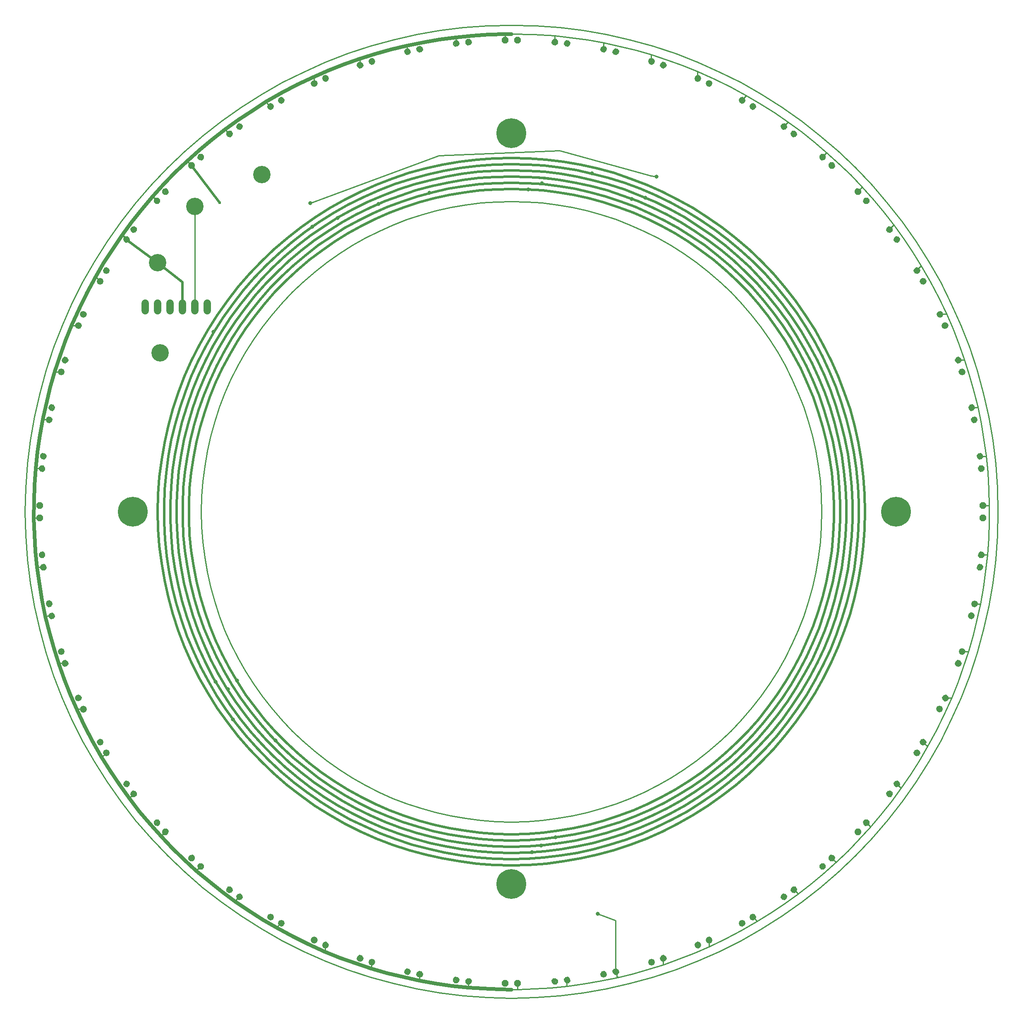
<source format=gbl>
G75*
G70*
%OFA0B0*%
%FSLAX24Y24*%
%IPPOS*%
%LPD*%
%AMOC8*
5,1,8,0,0,1.08239X$1,22.5*
%
%ADD10C,0.0100*%
%ADD11C,0.0200*%
%ADD12C,0.0600*%
%ADD13OC8,0.0520*%
%ADD14C,0.0104*%
%ADD15C,0.1400*%
%ADD16C,0.2400*%
%ADD17C,0.0320*%
%ADD18C,0.0300*%
%ADD19C,0.0240*%
D10*
X012395Y014514D02*
X012508Y014618D01*
X012748Y014858D01*
X012752Y014859D01*
X009968Y017668D02*
X009844Y017575D01*
X009968Y017668D02*
X010208Y017908D01*
X010209Y017917D01*
X007758Y020978D02*
X007618Y020894D01*
X007758Y020978D02*
X007998Y021218D01*
X007999Y021225D01*
X006138Y024738D02*
X006146Y024745D01*
X006138Y024738D02*
X005778Y024738D01*
X005633Y024672D01*
X004668Y028438D02*
X004672Y028439D01*
X004668Y028438D02*
X004308Y028438D01*
X004165Y028390D01*
X003588Y032258D02*
X003592Y032268D01*
X003588Y032258D02*
X003258Y032258D01*
X003093Y032221D01*
X002918Y036188D02*
X002918Y036188D01*
X002578Y036188D01*
X002420Y036169D01*
X002318Y040158D02*
X002161Y040156D01*
X002318Y040158D02*
X002658Y040158D01*
X002813Y044132D02*
X002808Y044138D01*
X002478Y044138D01*
X002317Y044152D01*
X003038Y048078D02*
X002885Y048108D01*
X003038Y048078D02*
X003378Y048078D01*
X003384Y048070D01*
X004008Y051928D02*
X003858Y051974D01*
X004008Y051928D02*
X004358Y051928D01*
X004363Y051925D01*
X005378Y055658D02*
X005227Y055722D01*
X005378Y055658D02*
X005738Y055658D01*
X005739Y055657D01*
X007499Y059225D02*
X007498Y059228D01*
X007248Y059478D01*
X007114Y059553D01*
X009621Y062589D02*
X009619Y062619D01*
X009614Y062649D01*
X009606Y062678D01*
X009594Y062706D01*
X009580Y062732D01*
X009562Y062757D01*
X009542Y062779D01*
X009520Y062799D01*
X009495Y062817D01*
X009469Y062831D01*
X009441Y062843D01*
X009412Y062851D01*
X009382Y062856D01*
X009352Y062858D01*
X009308Y062858D01*
X009378Y062838D02*
X009252Y062927D01*
X009378Y062838D02*
X009618Y062598D01*
X009621Y062589D01*
X012083Y065713D02*
X012078Y065718D01*
X011848Y065948D01*
X011724Y066056D01*
X015158Y065258D02*
X015158Y057158D01*
X016908Y055458D02*
X016658Y055208D01*
X016658Y055158D01*
X016688Y055118D01*
X016682Y055121D01*
X024608Y063608D02*
X024808Y063758D01*
X024458Y065508D02*
X034808Y069358D01*
X044558Y069758D01*
X051908Y067708D01*
X052358Y067658D01*
X051458Y065958D02*
X051308Y066008D01*
X050358Y065858D02*
X050208Y065908D01*
X048458Y066508D01*
X046708Y067008D01*
X045058Y067308D01*
X043058Y067508D01*
X041408Y067658D01*
X040658Y067658D01*
X040658Y067158D02*
X038858Y067108D01*
X036758Y066908D01*
X034858Y066558D01*
X034058Y066358D01*
X033858Y066308D01*
X030158Y065558D02*
X029958Y065458D01*
X026858Y064408D02*
X026658Y064308D01*
X017917Y071107D02*
X017908Y071108D01*
X017668Y071348D01*
X017575Y071471D01*
X014858Y068568D02*
X014859Y068563D01*
X014858Y068568D02*
X014618Y068808D01*
X014514Y068920D01*
X020978Y073558D02*
X020894Y073698D01*
X020978Y073558D02*
X021218Y073318D01*
X021225Y073317D01*
X024738Y075178D02*
X024745Y075169D01*
X024738Y075178D02*
X024738Y075538D01*
X024672Y075682D01*
X028438Y076648D02*
X028439Y076643D01*
X028438Y076648D02*
X028438Y077008D01*
X028390Y077151D01*
X032258Y077728D02*
X032268Y077724D01*
X032258Y077728D02*
X032258Y078058D01*
X032221Y078222D01*
X036188Y078398D02*
X036188Y078397D01*
X036188Y078398D02*
X036188Y078738D01*
X036169Y078895D01*
X040158Y078998D02*
X040156Y079154D01*
X040158Y078998D02*
X040158Y078658D01*
X044132Y078502D02*
X044138Y078508D01*
X044138Y078938D01*
X044143Y079000D01*
X048068Y078388D02*
X048068Y077938D01*
X048070Y077932D01*
X048068Y078388D02*
X048077Y078436D01*
X051928Y077408D02*
X051945Y077466D01*
X051928Y077408D02*
X051928Y076958D01*
X051925Y076952D01*
X055658Y076048D02*
X055658Y075578D01*
X055657Y075576D01*
X055658Y076048D02*
X055682Y076105D01*
X059225Y073817D02*
X059228Y073818D01*
X059548Y074138D01*
X059576Y074189D01*
X062589Y071694D02*
X062598Y071698D01*
X062908Y072008D01*
X062940Y072054D01*
X065718Y069238D02*
X065713Y069232D01*
X065718Y069238D02*
X066018Y069538D01*
X066061Y069587D01*
X068878Y066768D02*
X068917Y066804D01*
X068878Y066768D02*
X068568Y066458D01*
X068563Y066456D01*
X071418Y063718D02*
X071462Y063751D01*
X071418Y063718D02*
X071108Y063408D01*
X071107Y063398D01*
X073628Y060408D02*
X073685Y060442D01*
X073628Y060408D02*
X073318Y060098D01*
X073317Y060091D01*
X075178Y056578D02*
X075169Y056570D01*
X075178Y056578D02*
X075648Y056578D01*
X075701Y056602D01*
X076648Y052878D02*
X076643Y052876D01*
X076648Y052878D02*
X077108Y052878D01*
X077161Y052895D01*
X077724Y049048D02*
X077728Y049048D01*
X078168Y049048D01*
X078229Y049061D01*
X078398Y045128D02*
X078397Y045127D01*
X078398Y045128D02*
X078838Y045128D01*
X078896Y045135D01*
X079098Y041158D02*
X078658Y041158D01*
X079098Y041158D02*
X079154Y041158D01*
X078938Y037188D02*
X078508Y037188D01*
X078502Y037183D01*
X078938Y037188D02*
X079000Y037182D01*
X078378Y033228D02*
X077968Y033228D01*
X077965Y033237D01*
X078378Y033228D02*
X078432Y033217D01*
X077408Y029388D02*
X076958Y029388D01*
X076956Y029389D01*
X077408Y029388D02*
X077466Y029370D01*
X076038Y025648D02*
X075618Y025648D01*
X075610Y025642D01*
X076038Y025648D02*
X076100Y025621D01*
X073817Y022091D02*
X073818Y022088D01*
X074138Y021768D01*
X074189Y021739D01*
X071694Y018726D02*
X071698Y018718D01*
X072008Y018408D01*
X072054Y018375D01*
X069238Y015598D02*
X069232Y015602D01*
X069238Y015598D02*
X069538Y015298D01*
X069587Y015254D01*
X066768Y012438D02*
X066804Y012398D01*
X066768Y012438D02*
X066458Y012748D01*
X066456Y012752D01*
X063718Y009898D02*
X063751Y009853D01*
X063718Y009898D02*
X063408Y010208D01*
X063398Y010209D01*
X060408Y007688D02*
X060442Y007630D01*
X060408Y007688D02*
X060098Y007998D01*
X060091Y007999D01*
X056578Y006138D02*
X056578Y005668D01*
X056602Y005614D01*
X056578Y006138D02*
X056570Y006146D01*
X052878Y004668D02*
X052876Y004672D01*
X052878Y004668D02*
X052878Y004208D01*
X052895Y004154D01*
X049158Y003482D02*
X049158Y003178D01*
X049198Y003178D01*
X049211Y003120D01*
X049158Y003158D02*
X049158Y003178D01*
X049158Y003482D02*
X049048Y003592D01*
X049058Y007708D01*
X047608Y008258D01*
X043058Y013758D02*
X042658Y013758D01*
X042458Y013208D02*
X042308Y013208D01*
X040658Y013158D01*
X041858Y012708D02*
X041888Y012748D01*
X041890Y012685D01*
X041908Y012658D02*
X041858Y012708D01*
X041908Y012658D02*
X042158Y012658D01*
X044008Y014358D02*
X044208Y014408D01*
X045128Y002918D02*
X045127Y002918D01*
X045128Y002918D02*
X045128Y002478D01*
X045135Y002419D01*
X041158Y002218D02*
X041158Y002161D01*
X041158Y002218D02*
X041158Y002658D01*
X037188Y002808D02*
X037183Y002813D01*
X037188Y002808D02*
X037188Y002478D01*
X037173Y002316D01*
X033238Y003038D02*
X033208Y002885D01*
X033238Y003038D02*
X033238Y003378D01*
X033246Y003384D01*
X029388Y004008D02*
X029342Y003858D01*
X029388Y004008D02*
X029388Y004358D01*
X029390Y004363D01*
X025658Y005378D02*
X025594Y005227D01*
X025658Y005378D02*
X025658Y005738D01*
X025658Y005739D01*
X022091Y007499D02*
X022088Y007498D01*
X021838Y007248D01*
X021762Y007114D01*
X018726Y009621D02*
X018718Y009618D01*
X018478Y009378D01*
X018388Y009252D01*
X015598Y012078D02*
X015602Y012083D01*
X015598Y012078D02*
X015368Y011848D01*
X015259Y011724D01*
X021108Y020608D02*
X021110Y020610D01*
X021108Y020608D02*
X021108Y020658D01*
X019758Y022008D01*
X018208Y023908D01*
X019708Y025258D02*
X018558Y027058D01*
X017808Y026358D02*
X017858Y026258D01*
X016858Y026858D02*
X016808Y026958D01*
X040658Y002158D02*
X041159Y002161D01*
X069588Y015254D02*
X070446Y016265D01*
X071268Y017306D01*
X072054Y018374D01*
X066061Y069588D02*
X065050Y070446D01*
X064009Y071268D01*
X062941Y072054D01*
X047158Y067908D02*
X047154Y067894D01*
X043208Y067058D02*
X043108Y067108D01*
X040658Y067158D01*
X040658Y066658D02*
X041758Y066608D01*
X042008Y066608D01*
X042158Y066658D01*
X069587Y015254D02*
X068693Y014270D01*
X067765Y013318D01*
X066804Y012398D01*
X079001Y037181D02*
X079098Y038505D01*
X079149Y039831D01*
X079155Y041158D01*
X052896Y004155D02*
X051679Y003769D01*
X050450Y003424D01*
X049211Y003120D01*
X071463Y063751D02*
X070650Y064797D01*
X069801Y065815D01*
X068918Y066804D01*
X079001Y037182D02*
X078857Y035854D01*
X078667Y034532D01*
X078432Y033217D01*
X059577Y074189D02*
X058303Y074877D01*
X057004Y075516D01*
X055682Y076105D01*
X078897Y045135D02*
X079029Y043813D01*
X079115Y042487D01*
X079155Y041159D01*
X045135Y002419D02*
X043813Y002287D01*
X042487Y002201D01*
X041159Y002161D01*
X076100Y025622D02*
X076599Y026855D01*
X077054Y028105D01*
X077466Y029370D01*
X055682Y076105D02*
X054453Y076602D01*
X053207Y077056D01*
X051946Y077466D01*
X077161Y052896D02*
X077561Y051630D01*
X077918Y050352D01*
X078230Y049062D01*
X060443Y007630D02*
X059188Y006911D01*
X057907Y006238D01*
X056602Y005615D01*
X074189Y021739D02*
X074875Y023009D01*
X075512Y024304D01*
X076100Y025622D01*
X074189Y021739D02*
X073516Y020594D01*
X072804Y019472D01*
X072054Y018375D01*
X077161Y052896D02*
X076717Y054148D01*
X076230Y055384D01*
X075701Y056602D01*
X078432Y033217D02*
X078154Y031924D01*
X077832Y030641D01*
X077466Y029370D01*
X078897Y045135D02*
X078720Y046451D01*
X078497Y047761D01*
X078230Y049062D01*
X075701Y056602D02*
X075078Y057907D01*
X074405Y059188D01*
X073686Y060443D01*
X063752Y009853D02*
X062674Y009074D01*
X061571Y008333D01*
X060443Y007630D01*
X073686Y060443D02*
X072983Y061571D01*
X072242Y062674D01*
X071463Y063752D01*
X062941Y072054D02*
X061844Y072804D01*
X060722Y073516D01*
X059577Y074189D01*
X044144Y079000D02*
X042403Y079118D01*
X040658Y079158D01*
X066061Y069587D02*
X067045Y068693D01*
X067997Y067765D01*
X068917Y066804D01*
X015658Y040658D02*
X015688Y041885D01*
X015778Y043108D01*
X015929Y044326D01*
X016138Y045535D01*
X016407Y046733D01*
X016734Y047915D01*
X017119Y049080D01*
X017561Y050225D01*
X018058Y051347D01*
X018610Y052443D01*
X019215Y053511D01*
X019871Y054547D01*
X020578Y055550D01*
X021333Y056518D01*
X022134Y057447D01*
X022980Y058336D01*
X023869Y059182D01*
X024798Y059983D01*
X025766Y060738D01*
X026769Y061445D01*
X027805Y062101D01*
X028873Y062706D01*
X029969Y063258D01*
X031091Y063755D01*
X032236Y064197D01*
X033401Y064582D01*
X034583Y064909D01*
X035781Y065178D01*
X036990Y065387D01*
X038208Y065538D01*
X039431Y065628D01*
X040658Y065658D01*
X041885Y065628D01*
X043108Y065538D01*
X044326Y065387D01*
X045535Y065178D01*
X046733Y064909D01*
X047915Y064582D01*
X049080Y064197D01*
X050225Y063755D01*
X051347Y063258D01*
X052443Y062706D01*
X053511Y062101D01*
X054547Y061445D01*
X055550Y060738D01*
X056518Y059983D01*
X057447Y059182D01*
X058336Y058336D01*
X059182Y057447D01*
X059983Y056518D01*
X060738Y055550D01*
X061445Y054547D01*
X062101Y053511D01*
X062706Y052443D01*
X063258Y051347D01*
X063755Y050225D01*
X064197Y049080D01*
X064582Y047915D01*
X064909Y046733D01*
X065178Y045535D01*
X065387Y044326D01*
X065538Y043108D01*
X065628Y041885D01*
X065658Y040658D01*
X065628Y039431D01*
X065538Y038208D01*
X065387Y036990D01*
X065178Y035781D01*
X064909Y034583D01*
X064582Y033401D01*
X064197Y032236D01*
X063755Y031091D01*
X063258Y029969D01*
X062706Y028873D01*
X062101Y027805D01*
X061445Y026769D01*
X060738Y025766D01*
X059983Y024798D01*
X059182Y023869D01*
X058336Y022980D01*
X057447Y022134D01*
X056518Y021333D01*
X055550Y020578D01*
X054547Y019871D01*
X053511Y019215D01*
X052443Y018610D01*
X051347Y018058D01*
X050225Y017561D01*
X049080Y017119D01*
X047915Y016734D01*
X046733Y016407D01*
X045535Y016138D01*
X044326Y015929D01*
X043108Y015778D01*
X041885Y015688D01*
X040658Y015658D01*
X039431Y015688D01*
X038208Y015778D01*
X036990Y015929D01*
X035781Y016138D01*
X034583Y016407D01*
X033401Y016734D01*
X032236Y017119D01*
X031091Y017561D01*
X029969Y018058D01*
X028873Y018610D01*
X027805Y019215D01*
X026769Y019871D01*
X025766Y020578D01*
X024798Y021333D01*
X023869Y022134D01*
X022980Y022980D01*
X022134Y023869D01*
X021333Y024798D01*
X020578Y025766D01*
X019871Y026769D01*
X019215Y027805D01*
X018610Y028873D01*
X018058Y029969D01*
X017561Y031091D01*
X017119Y032236D01*
X016734Y033401D01*
X016407Y034583D01*
X016138Y035781D01*
X015929Y036990D01*
X015778Y038208D01*
X015688Y039431D01*
X015658Y040658D01*
X063751Y009853D02*
X064797Y010666D01*
X065815Y011515D01*
X066804Y012398D01*
X001458Y040658D02*
X001505Y042581D01*
X001647Y044500D01*
X001882Y046410D01*
X002211Y048306D01*
X002633Y050183D01*
X003146Y052037D01*
X003749Y053864D01*
X004442Y055659D01*
X005222Y057418D01*
X006087Y059137D01*
X007035Y060811D01*
X008064Y062436D01*
X009172Y064009D01*
X010356Y065526D01*
X011613Y066983D01*
X012939Y068377D01*
X014333Y069703D01*
X015790Y070960D01*
X017307Y072144D01*
X018880Y073252D01*
X020505Y074281D01*
X022179Y075229D01*
X023898Y076094D01*
X025657Y076874D01*
X027452Y077567D01*
X029279Y078170D01*
X031133Y078683D01*
X033010Y079105D01*
X034906Y079434D01*
X036816Y079669D01*
X038735Y079811D01*
X040658Y079858D01*
X042581Y079811D01*
X044500Y079669D01*
X046410Y079434D01*
X048306Y079105D01*
X050183Y078683D01*
X052037Y078170D01*
X053864Y077567D01*
X055659Y076874D01*
X057418Y076094D01*
X059137Y075229D01*
X060811Y074281D01*
X062436Y073252D01*
X064009Y072144D01*
X065526Y070960D01*
X066983Y069703D01*
X068377Y068377D01*
X069703Y066983D01*
X070960Y065526D01*
X072144Y064009D01*
X073252Y062436D01*
X074281Y060811D01*
X075229Y059137D01*
X076094Y057418D01*
X076874Y055659D01*
X077567Y053864D01*
X078170Y052037D01*
X078683Y050183D01*
X079105Y048306D01*
X079434Y046410D01*
X079669Y044500D01*
X079811Y042581D01*
X079858Y040658D01*
X079811Y038735D01*
X079669Y036816D01*
X079434Y034906D01*
X079105Y033010D01*
X078683Y031133D01*
X078170Y029279D01*
X077567Y027452D01*
X076874Y025657D01*
X076094Y023898D01*
X075229Y022179D01*
X074281Y020505D01*
X073252Y018880D01*
X072144Y017307D01*
X070960Y015790D01*
X069703Y014333D01*
X068377Y012939D01*
X066983Y011613D01*
X065526Y010356D01*
X064009Y009172D01*
X062436Y008064D01*
X060811Y007035D01*
X059137Y006087D01*
X057418Y005222D01*
X055659Y004442D01*
X053864Y003749D01*
X052037Y003146D01*
X050183Y002633D01*
X048306Y002211D01*
X046410Y001882D01*
X044500Y001647D01*
X042581Y001505D01*
X040658Y001458D01*
X038735Y001505D01*
X036816Y001647D01*
X034906Y001882D01*
X033010Y002211D01*
X031133Y002633D01*
X029279Y003146D01*
X027452Y003749D01*
X025657Y004442D01*
X023898Y005222D01*
X022179Y006087D01*
X020505Y007035D01*
X018880Y008064D01*
X017307Y009172D01*
X015790Y010356D01*
X014333Y011613D01*
X012939Y012939D01*
X011613Y014333D01*
X010356Y015790D01*
X009172Y017307D01*
X008064Y018880D01*
X007035Y020505D01*
X006087Y022179D01*
X005222Y023898D01*
X004442Y025657D01*
X003749Y027452D01*
X003146Y029279D01*
X002633Y031133D01*
X002211Y033010D01*
X001882Y034906D01*
X001647Y036816D01*
X001505Y038735D01*
X001458Y040658D01*
X048078Y078436D02*
X049378Y078157D01*
X050668Y077834D01*
X051946Y077466D01*
X049211Y003120D02*
X047861Y002838D01*
X046502Y002604D01*
X045135Y002419D01*
X052896Y004155D02*
X054148Y004599D01*
X055384Y005086D01*
X056602Y005615D01*
X048078Y078436D02*
X046773Y078669D01*
X045461Y078857D01*
X044144Y079000D01*
D11*
X017158Y065558D02*
X014859Y068563D01*
X009621Y062589D02*
X012158Y060708D01*
X014158Y059158D01*
X014158Y057158D01*
X040657Y012658D02*
X041890Y012685D01*
X040658Y013158D02*
X039329Y013190D01*
X038004Y013286D01*
X036685Y013447D01*
X035375Y013670D01*
X034077Y013957D01*
X032794Y014306D01*
X031531Y014717D01*
X030288Y015188D01*
X029069Y015719D01*
X027878Y016308D01*
X026717Y016954D01*
X025588Y017655D01*
X024494Y018410D01*
X023438Y019217D01*
X022422Y020074D01*
X021449Y020979D01*
X020521Y021930D01*
X019639Y022925D01*
X018807Y023961D01*
X018026Y025036D01*
X017298Y026148D01*
X016624Y027293D01*
X016006Y028470D01*
X015446Y029675D01*
X014945Y030906D01*
X014504Y032160D01*
X014124Y033434D01*
X013806Y034724D01*
X013551Y036028D01*
X013359Y037343D01*
X013230Y038666D01*
X013166Y039993D01*
X013166Y041323D01*
X013230Y042650D01*
X013359Y043973D01*
X013551Y045288D01*
X013806Y046592D01*
X014124Y047882D01*
X014504Y049156D01*
X014945Y050410D01*
X015446Y051641D01*
X016006Y052846D01*
X016624Y054023D01*
X017298Y055168D01*
X018026Y056280D01*
X018807Y057355D01*
X019639Y058391D01*
X020521Y059386D01*
X021449Y060337D01*
X022422Y061242D01*
X023438Y062099D01*
X024494Y062906D01*
X025588Y063661D01*
X026717Y064362D01*
X027878Y065008D01*
X029069Y065597D01*
X030288Y066128D01*
X031531Y066599D01*
X032794Y067010D01*
X034077Y067359D01*
X035375Y067646D01*
X036685Y067869D01*
X038004Y068030D01*
X039329Y068126D01*
X040658Y068158D01*
X041987Y068126D01*
X043312Y068030D01*
X044631Y067869D01*
X045941Y067646D01*
X047239Y067359D01*
X048522Y067010D01*
X049785Y066599D01*
X051028Y066128D01*
X052247Y065597D01*
X053438Y065008D01*
X054599Y064362D01*
X055728Y063661D01*
X056822Y062906D01*
X057878Y062099D01*
X058894Y061242D01*
X059867Y060337D01*
X060795Y059386D01*
X061677Y058391D01*
X062509Y057355D01*
X063290Y056280D01*
X064018Y055168D01*
X064692Y054023D01*
X065310Y052846D01*
X065870Y051641D01*
X066371Y050410D01*
X066812Y049156D01*
X067192Y047882D01*
X067510Y046592D01*
X067765Y045288D01*
X067957Y043973D01*
X068086Y042650D01*
X068150Y041323D01*
X068150Y039993D01*
X068086Y038666D01*
X067957Y037343D01*
X067765Y036028D01*
X067510Y034724D01*
X067192Y033434D01*
X066812Y032160D01*
X066371Y030906D01*
X065870Y029675D01*
X065310Y028470D01*
X064692Y027293D01*
X064018Y026148D01*
X063290Y025036D01*
X062509Y023961D01*
X061677Y022925D01*
X060795Y021930D01*
X059867Y020979D01*
X058894Y020074D01*
X057878Y019217D01*
X056822Y018410D01*
X055728Y017655D01*
X054599Y016954D01*
X053438Y016308D01*
X052247Y015719D01*
X051028Y015188D01*
X049785Y014717D01*
X048522Y014306D01*
X047239Y013957D01*
X045941Y013670D01*
X044631Y013447D01*
X043312Y013286D01*
X041987Y013190D01*
X040658Y013158D01*
X040658Y013658D02*
X039354Y013690D01*
X038052Y013784D01*
X036757Y013941D01*
X035471Y014161D01*
X034196Y014443D01*
X032937Y014785D01*
X031696Y015189D01*
X030476Y015651D01*
X029280Y016172D01*
X028110Y016751D01*
X026970Y017385D01*
X025862Y018073D01*
X024788Y018815D01*
X023751Y019607D01*
X022754Y020448D01*
X021798Y021337D01*
X020887Y022271D01*
X020021Y023247D01*
X019204Y024265D01*
X018437Y025320D01*
X017722Y026412D01*
X017061Y027536D01*
X016454Y028692D01*
X015905Y029875D01*
X015413Y031084D01*
X014979Y032315D01*
X014606Y033565D01*
X014294Y034832D01*
X014043Y036112D01*
X013855Y037404D01*
X013729Y038702D01*
X013666Y040006D01*
X013666Y041310D01*
X013729Y042614D01*
X013855Y043912D01*
X014043Y045204D01*
X014294Y046484D01*
X014606Y047751D01*
X014979Y049001D01*
X015413Y050232D01*
X015905Y051441D01*
X016454Y052624D01*
X017061Y053780D01*
X017722Y054904D01*
X018437Y055996D01*
X019204Y057051D01*
X020021Y058069D01*
X020887Y059045D01*
X021798Y059979D01*
X022754Y060868D01*
X023751Y061709D01*
X024788Y062501D01*
X025862Y063243D01*
X026970Y063931D01*
X028110Y064565D01*
X029280Y065144D01*
X030476Y065665D01*
X031696Y066127D01*
X032937Y066531D01*
X034196Y066873D01*
X035471Y067155D01*
X036757Y067375D01*
X038052Y067532D01*
X039354Y067626D01*
X040658Y067658D01*
X041962Y067626D01*
X043264Y067532D01*
X044559Y067375D01*
X045845Y067155D01*
X047120Y066873D01*
X048379Y066531D01*
X049620Y066127D01*
X050840Y065665D01*
X052036Y065144D01*
X053206Y064565D01*
X054346Y063931D01*
X055454Y063243D01*
X056528Y062501D01*
X057565Y061709D01*
X058562Y060868D01*
X059518Y059979D01*
X060429Y059045D01*
X061295Y058069D01*
X062112Y057051D01*
X062879Y055996D01*
X063594Y054904D01*
X064255Y053780D01*
X064862Y052624D01*
X065411Y051441D01*
X065903Y050232D01*
X066337Y049001D01*
X066710Y047751D01*
X067022Y046484D01*
X067273Y045204D01*
X067461Y043912D01*
X067587Y042614D01*
X067650Y041310D01*
X067650Y040006D01*
X067587Y038702D01*
X067461Y037404D01*
X067273Y036112D01*
X067022Y034832D01*
X066710Y033565D01*
X066337Y032315D01*
X065903Y031084D01*
X065411Y029875D01*
X064862Y028692D01*
X064255Y027536D01*
X063594Y026412D01*
X062879Y025320D01*
X062112Y024265D01*
X061295Y023247D01*
X060429Y022271D01*
X059518Y021337D01*
X058562Y020448D01*
X057565Y019607D01*
X056528Y018815D01*
X055454Y018073D01*
X054346Y017385D01*
X053206Y016751D01*
X052036Y016172D01*
X050840Y015651D01*
X049620Y015189D01*
X048379Y014785D01*
X047120Y014443D01*
X045845Y014161D01*
X044559Y013941D01*
X043264Y013784D01*
X041962Y013690D01*
X040658Y013658D01*
X040658Y014158D02*
X039378Y014189D01*
X038100Y014282D01*
X036829Y014436D01*
X035567Y014652D01*
X034316Y014928D01*
X033080Y015264D01*
X031862Y015660D01*
X030665Y016114D01*
X029491Y016626D01*
X028343Y017193D01*
X027224Y017816D01*
X026136Y018492D01*
X025082Y019219D01*
X024064Y019997D01*
X023085Y020822D01*
X022147Y021695D01*
X021253Y022611D01*
X020404Y023570D01*
X019602Y024568D01*
X018849Y025604D01*
X018147Y026676D01*
X017498Y027779D01*
X016903Y028913D01*
X016363Y030075D01*
X015880Y031261D01*
X015455Y032469D01*
X015089Y033696D01*
X014782Y034940D01*
X014536Y036197D01*
X014351Y037464D01*
X014228Y038738D01*
X014166Y040018D01*
X014166Y041298D01*
X014228Y042578D01*
X014351Y043852D01*
X014536Y045119D01*
X014782Y046376D01*
X015089Y047620D01*
X015455Y048847D01*
X015880Y050055D01*
X016363Y051241D01*
X016903Y052403D01*
X017498Y053537D01*
X018147Y054640D01*
X018849Y055712D01*
X019602Y056748D01*
X020404Y057746D01*
X021253Y058705D01*
X022147Y059621D01*
X023085Y060494D01*
X024064Y061319D01*
X025082Y062097D01*
X026136Y062824D01*
X027224Y063500D01*
X028343Y064123D01*
X029491Y064690D01*
X030665Y065202D01*
X031862Y065656D01*
X033080Y066052D01*
X034316Y066388D01*
X035567Y066664D01*
X036829Y066880D01*
X038100Y067034D01*
X039378Y067127D01*
X040658Y067158D01*
X041938Y067127D01*
X043216Y067034D01*
X044487Y066880D01*
X045749Y066664D01*
X047000Y066388D01*
X048236Y066052D01*
X049454Y065656D01*
X050651Y065202D01*
X051825Y064690D01*
X052973Y064123D01*
X054092Y063500D01*
X055180Y062824D01*
X056234Y062097D01*
X057252Y061319D01*
X058231Y060494D01*
X059169Y059621D01*
X060063Y058705D01*
X060912Y057746D01*
X061714Y056748D01*
X062467Y055712D01*
X063169Y054640D01*
X063818Y053537D01*
X064413Y052403D01*
X064953Y051241D01*
X065436Y050055D01*
X065861Y048847D01*
X066227Y047620D01*
X066534Y046376D01*
X066780Y045119D01*
X066965Y043852D01*
X067088Y042578D01*
X067150Y041298D01*
X067150Y040018D01*
X067088Y038738D01*
X066965Y037464D01*
X066780Y036197D01*
X066534Y034940D01*
X066227Y033696D01*
X065861Y032469D01*
X065436Y031261D01*
X064953Y030075D01*
X064413Y028913D01*
X063818Y027779D01*
X063169Y026676D01*
X062467Y025604D01*
X061714Y024568D01*
X060912Y023570D01*
X060063Y022611D01*
X059169Y021695D01*
X058231Y020822D01*
X057252Y019997D01*
X056234Y019219D01*
X055180Y018492D01*
X054092Y017816D01*
X052973Y017193D01*
X051825Y016626D01*
X050651Y016114D01*
X049454Y015660D01*
X048236Y015264D01*
X047000Y014928D01*
X045749Y014652D01*
X044487Y014436D01*
X043216Y014282D01*
X041938Y014189D01*
X040658Y014158D01*
X040658Y014658D02*
X039402Y014688D01*
X038149Y014779D01*
X036901Y014931D01*
X035663Y015142D01*
X034436Y015414D01*
X033223Y015744D01*
X032028Y016132D01*
X030854Y016577D01*
X029702Y017079D01*
X028575Y017636D01*
X027477Y018247D01*
X026410Y018910D01*
X025376Y019624D01*
X024377Y020386D01*
X023417Y021197D01*
X022497Y022052D01*
X021619Y022952D01*
X020786Y023892D01*
X019999Y024872D01*
X019260Y025888D01*
X018572Y026939D01*
X017935Y028022D01*
X017351Y029135D01*
X016821Y030275D01*
X016348Y031438D01*
X015931Y032624D01*
X015571Y033828D01*
X015271Y035048D01*
X015029Y036281D01*
X014848Y037524D01*
X014726Y038775D01*
X014666Y040030D01*
X014666Y041286D01*
X014726Y042541D01*
X014848Y043792D01*
X015029Y045035D01*
X015271Y046268D01*
X015571Y047488D01*
X015931Y048692D01*
X016348Y049878D01*
X016821Y051041D01*
X017351Y052181D01*
X017935Y053294D01*
X018572Y054377D01*
X019260Y055428D01*
X019999Y056444D01*
X020786Y057424D01*
X021619Y058364D01*
X022497Y059264D01*
X023417Y060119D01*
X024377Y060930D01*
X025376Y061692D01*
X026410Y062406D01*
X027477Y063069D01*
X028575Y063680D01*
X029702Y064237D01*
X030854Y064739D01*
X032028Y065184D01*
X033223Y065572D01*
X034436Y065902D01*
X035663Y066174D01*
X036901Y066385D01*
X038149Y066537D01*
X039402Y066628D01*
X040658Y066658D01*
X041914Y066628D01*
X043167Y066537D01*
X044415Y066385D01*
X045653Y066174D01*
X046880Y065902D01*
X048093Y065572D01*
X049288Y065184D01*
X050462Y064739D01*
X051614Y064237D01*
X052741Y063680D01*
X053839Y063069D01*
X054906Y062406D01*
X055940Y061692D01*
X056939Y060930D01*
X057899Y060119D01*
X058819Y059264D01*
X059697Y058364D01*
X060530Y057424D01*
X061317Y056444D01*
X062056Y055428D01*
X062744Y054377D01*
X063381Y053294D01*
X063965Y052181D01*
X064495Y051041D01*
X064968Y049878D01*
X065385Y048692D01*
X065745Y047488D01*
X066045Y046268D01*
X066287Y045035D01*
X066468Y043792D01*
X066590Y042541D01*
X066650Y041286D01*
X066650Y040030D01*
X066590Y038775D01*
X066468Y037524D01*
X066287Y036281D01*
X066045Y035048D01*
X065745Y033828D01*
X065385Y032624D01*
X064968Y031438D01*
X064495Y030275D01*
X063965Y029135D01*
X063381Y028022D01*
X062744Y026939D01*
X062056Y025888D01*
X061317Y024872D01*
X060530Y023892D01*
X059697Y022952D01*
X058819Y022052D01*
X057899Y021197D01*
X056939Y020386D01*
X055940Y019624D01*
X054906Y018910D01*
X053839Y018247D01*
X052741Y017636D01*
X051614Y017079D01*
X050462Y016577D01*
X049288Y016132D01*
X048093Y015744D01*
X046880Y015414D01*
X045653Y015142D01*
X044415Y014931D01*
X043167Y014779D01*
X041914Y014688D01*
X040658Y014658D01*
X016683Y055121D02*
X017419Y056277D01*
X018211Y057395D01*
X019057Y058474D01*
X019955Y059509D01*
X020902Y060500D01*
X021897Y061443D01*
X022936Y062336D01*
X024018Y063177D01*
X025140Y063964D01*
X026299Y064696D01*
X027492Y065370D01*
X028717Y065984D01*
X029971Y066538D01*
X031250Y067030D01*
X032552Y067459D01*
X033873Y067823D01*
X035210Y068123D01*
X036561Y068357D01*
X037921Y068524D01*
X039288Y068624D01*
X040658Y068658D01*
X016683Y055121D02*
X016018Y053957D01*
X015409Y052762D01*
X014859Y051540D01*
X014368Y050292D01*
X013937Y049023D01*
X013567Y047734D01*
X013259Y046429D01*
X013014Y045111D01*
X012833Y043783D01*
X012715Y042447D01*
X012662Y041107D01*
X012672Y039767D01*
X012747Y038428D01*
X012886Y037095D01*
X013088Y035769D01*
X013354Y034455D01*
X013682Y033155D01*
X014072Y031873D01*
X014523Y030610D01*
X015034Y029371D01*
X015604Y028157D01*
X016231Y026972D01*
X016914Y025818D01*
X017651Y024699D01*
X018442Y023616D01*
X019283Y022572D01*
X020173Y021569D01*
X021111Y020611D01*
X041891Y012685D02*
X043246Y012778D01*
X044596Y012936D01*
X045936Y013160D01*
X047264Y013448D01*
X048576Y013801D01*
X049870Y014217D01*
X051142Y014695D01*
X052389Y015234D01*
X053608Y015833D01*
X054798Y016490D01*
X055953Y017205D01*
X057073Y017974D01*
X058154Y018797D01*
X059194Y019672D01*
X060190Y020596D01*
X061141Y021567D01*
X062043Y022583D01*
X062894Y023642D01*
X063694Y024741D01*
X064439Y025877D01*
X065128Y027048D01*
X065759Y028251D01*
X066332Y029484D01*
X066843Y030742D01*
X067294Y032024D01*
X067681Y033327D01*
X068005Y034646D01*
X068264Y035980D01*
X068459Y037325D01*
X068588Y038677D01*
X068651Y040035D01*
X068648Y041394D01*
X068580Y042751D01*
X068445Y044103D01*
X068245Y045447D01*
X067981Y046779D01*
X067652Y048098D01*
X067259Y049398D01*
X066803Y050679D01*
X066287Y051935D01*
X065709Y053165D01*
X065073Y054366D01*
X064379Y055534D01*
X063630Y056667D01*
X062826Y057763D01*
X061970Y058818D01*
X061064Y059831D01*
X060110Y060798D01*
X059110Y061718D01*
X058066Y062589D01*
X056982Y063407D01*
X055859Y064172D01*
X054700Y064882D01*
X053509Y065535D01*
X052287Y066129D01*
X051037Y066663D01*
X049764Y067136D01*
X048468Y067547D01*
X047155Y067894D01*
X045872Y068168D01*
X044579Y068382D01*
X043277Y068535D01*
X041969Y068627D01*
X040658Y068658D01*
X021111Y020611D02*
X022101Y019690D01*
X023135Y018819D01*
X024210Y017998D01*
X025323Y017231D01*
X026472Y016518D01*
X027654Y015861D01*
X028866Y015262D01*
X030106Y014722D01*
X031371Y014243D01*
X032657Y013825D01*
X033962Y013471D01*
X035282Y013179D01*
X036615Y012951D01*
X037957Y012789D01*
X039306Y012691D01*
X040658Y012658D01*
X012158Y040658D02*
X012192Y042056D01*
X012295Y043451D01*
X012466Y044840D01*
X012706Y046218D01*
X013012Y047583D01*
X013385Y048931D01*
X013824Y050259D01*
X014327Y051564D01*
X014894Y052843D01*
X015523Y054093D01*
X016213Y055310D01*
X016961Y056492D01*
X017767Y057635D01*
X018627Y058738D01*
X019541Y059797D01*
X020505Y060811D01*
X021519Y061775D01*
X022578Y062689D01*
X023681Y063549D01*
X024824Y064355D01*
X026006Y065103D01*
X027223Y065793D01*
X028473Y066422D01*
X029752Y066989D01*
X031057Y067492D01*
X032385Y067931D01*
X033733Y068304D01*
X035098Y068610D01*
X036476Y068850D01*
X037865Y069021D01*
X039260Y069124D01*
X040658Y069158D01*
X042056Y069124D01*
X043451Y069021D01*
X044840Y068850D01*
X046218Y068610D01*
X047583Y068304D01*
X048931Y067931D01*
X050259Y067492D01*
X051564Y066989D01*
X052843Y066422D01*
X054093Y065793D01*
X055310Y065103D01*
X056492Y064355D01*
X057635Y063549D01*
X058738Y062689D01*
X059797Y061775D01*
X060811Y060811D01*
X061775Y059797D01*
X062689Y058738D01*
X063549Y057635D01*
X064355Y056492D01*
X065103Y055310D01*
X065793Y054093D01*
X066422Y052843D01*
X066989Y051564D01*
X067492Y050259D01*
X067931Y048931D01*
X068304Y047583D01*
X068610Y046218D01*
X068850Y044840D01*
X069021Y043451D01*
X069124Y042056D01*
X069158Y040658D01*
X069124Y039260D01*
X069021Y037865D01*
X068850Y036476D01*
X068610Y035098D01*
X068304Y033733D01*
X067931Y032385D01*
X067492Y031057D01*
X066989Y029752D01*
X066422Y028473D01*
X065793Y027223D01*
X065103Y026006D01*
X064355Y024824D01*
X063549Y023681D01*
X062689Y022578D01*
X061775Y021519D01*
X060811Y020505D01*
X059797Y019541D01*
X058738Y018627D01*
X057635Y017767D01*
X056492Y016961D01*
X055310Y016213D01*
X054093Y015523D01*
X052843Y014894D01*
X051564Y014327D01*
X050259Y013824D01*
X048931Y013385D01*
X047583Y013012D01*
X046218Y012706D01*
X044840Y012466D01*
X043451Y012295D01*
X042056Y012192D01*
X040658Y012158D01*
X039260Y012192D01*
X037865Y012295D01*
X036476Y012466D01*
X035098Y012706D01*
X033733Y013012D01*
X032385Y013385D01*
X031057Y013824D01*
X029752Y014327D01*
X028473Y014894D01*
X027223Y015523D01*
X026006Y016213D01*
X024824Y016961D01*
X023681Y017767D01*
X022578Y018627D01*
X021519Y019541D01*
X020505Y020505D01*
X019541Y021519D01*
X018627Y022578D01*
X017767Y023681D01*
X016961Y024824D01*
X016213Y026006D01*
X015523Y027223D01*
X014894Y028473D01*
X014327Y029752D01*
X013824Y031057D01*
X013385Y032385D01*
X013012Y033733D01*
X012706Y035098D01*
X012466Y036476D01*
X012295Y037865D01*
X012192Y039260D01*
X012158Y040658D01*
D12*
X012158Y056858D02*
X012158Y057458D01*
X011158Y057458D02*
X011158Y056858D01*
X013158Y056858D02*
X013158Y057458D01*
X014158Y057458D02*
X014158Y056858D01*
X015158Y056858D02*
X015158Y057458D01*
X016158Y057458D02*
X016158Y056858D01*
D13*
X002658Y041158D03*
X002658Y040158D03*
X040158Y002658D03*
X041158Y002658D03*
X078658Y040158D03*
X078658Y041158D03*
X041158Y078658D03*
X040158Y078658D03*
D14*
X037346Y078491D02*
X037398Y078439D01*
X037290Y078305D01*
X037120Y078287D01*
X036986Y078395D01*
X036968Y078565D01*
X037076Y078699D01*
X037246Y078717D01*
X037380Y078609D01*
X037398Y078439D01*
X037317Y078463D01*
X037249Y078379D01*
X037144Y078368D01*
X037060Y078436D01*
X037049Y078541D01*
X037117Y078625D01*
X037222Y078636D01*
X037306Y078568D01*
X037317Y078463D01*
X037236Y078487D01*
X037209Y078453D01*
X037168Y078449D01*
X037134Y078476D01*
X037130Y078517D01*
X037157Y078551D01*
X037198Y078555D01*
X037232Y078528D01*
X037236Y078487D01*
X036351Y078386D02*
X036403Y078334D01*
X036295Y078200D01*
X036125Y078182D01*
X035991Y078290D01*
X035973Y078460D01*
X036081Y078594D01*
X036251Y078612D01*
X036385Y078504D01*
X036403Y078334D01*
X036322Y078358D01*
X036254Y078274D01*
X036149Y078263D01*
X036065Y078331D01*
X036054Y078436D01*
X036122Y078520D01*
X036227Y078531D01*
X036311Y078463D01*
X036322Y078358D01*
X036241Y078382D01*
X036214Y078348D01*
X036173Y078344D01*
X036139Y078371D01*
X036135Y078412D01*
X036162Y078446D01*
X036203Y078450D01*
X036237Y078423D01*
X036241Y078382D01*
X033415Y077944D02*
X033467Y077892D01*
X033373Y077747D01*
X033206Y077711D01*
X033061Y077805D01*
X033025Y077972D01*
X033119Y078117D01*
X033286Y078153D01*
X033431Y078059D01*
X033467Y077892D01*
X033384Y077908D01*
X033324Y077816D01*
X033222Y077794D01*
X033130Y077854D01*
X033108Y077956D01*
X033168Y078048D01*
X033270Y078070D01*
X033362Y078010D01*
X033384Y077908D01*
X033301Y077923D01*
X033277Y077886D01*
X033237Y077877D01*
X033200Y077901D01*
X033191Y077941D01*
X033215Y077978D01*
X033255Y077987D01*
X033292Y077963D01*
X033301Y077923D01*
X032437Y077736D02*
X032489Y077684D01*
X032395Y077539D01*
X032228Y077503D01*
X032083Y077597D01*
X032047Y077764D01*
X032141Y077909D01*
X032308Y077945D01*
X032453Y077851D01*
X032489Y077684D01*
X032406Y077700D01*
X032346Y077608D01*
X032244Y077586D01*
X032152Y077646D01*
X032130Y077748D01*
X032190Y077840D01*
X032292Y077862D01*
X032384Y077802D01*
X032406Y077700D01*
X032323Y077715D01*
X032299Y077678D01*
X032259Y077669D01*
X032222Y077693D01*
X032213Y077733D01*
X032237Y077770D01*
X032277Y077779D01*
X032314Y077755D01*
X032323Y077715D01*
X029562Y076987D02*
X029614Y076935D01*
X029536Y076781D01*
X029373Y076728D01*
X029219Y076806D01*
X029166Y076969D01*
X029244Y077123D01*
X029407Y077176D01*
X029561Y077098D01*
X029614Y076935D01*
X029530Y076942D01*
X029480Y076845D01*
X029380Y076812D01*
X029283Y076862D01*
X029250Y076962D01*
X029300Y077059D01*
X029400Y077092D01*
X029497Y077042D01*
X029530Y076942D01*
X029445Y076949D01*
X029426Y076910D01*
X029387Y076897D01*
X029348Y076916D01*
X029335Y076955D01*
X029354Y076994D01*
X029393Y077007D01*
X029432Y076988D01*
X029445Y076949D01*
X028611Y076678D02*
X028663Y076626D01*
X028585Y076472D01*
X028422Y076419D01*
X028268Y076497D01*
X028215Y076660D01*
X028293Y076814D01*
X028456Y076867D01*
X028610Y076789D01*
X028663Y076626D01*
X028579Y076633D01*
X028529Y076536D01*
X028429Y076503D01*
X028332Y076553D01*
X028299Y076653D01*
X028349Y076750D01*
X028449Y076783D01*
X028546Y076733D01*
X028579Y076633D01*
X028494Y076640D01*
X028475Y076601D01*
X028436Y076588D01*
X028397Y076607D01*
X028384Y076646D01*
X028403Y076685D01*
X028442Y076698D01*
X028481Y076679D01*
X028494Y076640D01*
X025830Y075530D02*
X025882Y075582D01*
X025821Y075421D01*
X025664Y075352D01*
X025503Y075413D01*
X025434Y075570D01*
X025495Y075731D01*
X025652Y075800D01*
X025813Y075739D01*
X025882Y075582D01*
X025798Y075580D01*
X025759Y075479D01*
X025662Y075436D01*
X025561Y075475D01*
X025518Y075572D01*
X025557Y075673D01*
X025654Y075716D01*
X025755Y075677D01*
X025798Y075580D01*
X025714Y075577D01*
X025698Y075538D01*
X025659Y075520D01*
X025620Y075536D01*
X025602Y075575D01*
X025618Y075614D01*
X025657Y075632D01*
X025696Y075616D01*
X025714Y075577D01*
X024917Y075123D02*
X024969Y075175D01*
X024908Y075014D01*
X024751Y074945D01*
X024590Y075006D01*
X024521Y075163D01*
X024582Y075324D01*
X024739Y075393D01*
X024900Y075332D01*
X024969Y075175D01*
X024885Y075173D01*
X024846Y075072D01*
X024749Y075029D01*
X024648Y075068D01*
X024605Y075165D01*
X024644Y075266D01*
X024741Y075309D01*
X024842Y075270D01*
X024885Y075173D01*
X024801Y075170D01*
X024785Y075131D01*
X024746Y075113D01*
X024707Y075129D01*
X024689Y075168D01*
X024705Y075207D01*
X024744Y075225D01*
X024783Y075209D01*
X024801Y075170D01*
X022262Y073794D02*
X022314Y073846D01*
X022269Y073680D01*
X022120Y073594D01*
X021954Y073639D01*
X021868Y073788D01*
X021913Y073954D01*
X022062Y074040D01*
X022228Y073995D01*
X022314Y073846D01*
X022230Y073836D01*
X022201Y073731D01*
X022110Y073678D01*
X022005Y073707D01*
X021952Y073798D01*
X021981Y073903D01*
X022072Y073956D01*
X022177Y073927D01*
X022230Y073836D01*
X022146Y073824D01*
X022135Y073783D01*
X022098Y073762D01*
X022057Y073773D01*
X022036Y073810D01*
X022047Y073851D01*
X022084Y073872D01*
X022125Y073861D01*
X022146Y073824D01*
X021396Y073294D02*
X021448Y073346D01*
X021403Y073180D01*
X021254Y073094D01*
X021088Y073139D01*
X021002Y073288D01*
X021047Y073454D01*
X021196Y073540D01*
X021362Y073495D01*
X021448Y073346D01*
X021364Y073336D01*
X021335Y073231D01*
X021244Y073178D01*
X021139Y073207D01*
X021086Y073298D01*
X021115Y073403D01*
X021206Y073456D01*
X021311Y073427D01*
X021364Y073336D01*
X021280Y073324D01*
X021269Y073283D01*
X021232Y073262D01*
X021191Y073273D01*
X021170Y073310D01*
X021181Y073351D01*
X021218Y073372D01*
X021259Y073361D01*
X021280Y073324D01*
X018892Y071694D02*
X018944Y071746D01*
X018917Y071577D01*
X018778Y071476D01*
X018609Y071503D01*
X018508Y071642D01*
X018535Y071811D01*
X018674Y071912D01*
X018843Y071885D01*
X018944Y071746D01*
X018862Y071727D01*
X018845Y071620D01*
X018759Y071558D01*
X018652Y071575D01*
X018590Y071661D01*
X018607Y071768D01*
X018693Y071830D01*
X018800Y071813D01*
X018862Y071727D01*
X018780Y071707D01*
X018773Y071665D01*
X018739Y071640D01*
X018697Y071647D01*
X018672Y071681D01*
X018679Y071723D01*
X018713Y071748D01*
X018755Y071741D01*
X018780Y071707D01*
X018083Y071107D02*
X018135Y071159D01*
X018108Y070990D01*
X017969Y070889D01*
X017800Y070916D01*
X017699Y071055D01*
X017726Y071224D01*
X017865Y071325D01*
X018034Y071298D01*
X018135Y071159D01*
X018053Y071140D01*
X018036Y071033D01*
X017950Y070971D01*
X017843Y070988D01*
X017781Y071074D01*
X017798Y071181D01*
X017884Y071243D01*
X017991Y071226D01*
X018053Y071140D01*
X017971Y071120D01*
X017964Y071078D01*
X017930Y071053D01*
X017888Y071060D01*
X017863Y071094D01*
X017870Y071136D01*
X017904Y071161D01*
X017946Y071154D01*
X017971Y071120D01*
X015762Y069255D02*
X015814Y069307D01*
X015805Y069135D01*
X015677Y069020D01*
X015505Y069029D01*
X015390Y069157D01*
X015399Y069329D01*
X015527Y069444D01*
X015699Y069435D01*
X015814Y069307D01*
X015734Y069279D01*
X015728Y069171D01*
X015649Y069100D01*
X015541Y069106D01*
X015470Y069185D01*
X015476Y069293D01*
X015555Y069364D01*
X015663Y069358D01*
X015734Y069279D01*
X015654Y069251D01*
X015652Y069208D01*
X015621Y069180D01*
X015578Y069182D01*
X015550Y069213D01*
X015552Y069256D01*
X015583Y069284D01*
X015626Y069282D01*
X015654Y069251D01*
X015019Y068586D02*
X015071Y068638D01*
X015062Y068466D01*
X014934Y068351D01*
X014762Y068360D01*
X014647Y068488D01*
X014656Y068660D01*
X014784Y068775D01*
X014956Y068766D01*
X015071Y068638D01*
X014991Y068610D01*
X014985Y068502D01*
X014906Y068431D01*
X014798Y068437D01*
X014727Y068516D01*
X014733Y068624D01*
X014812Y068695D01*
X014920Y068689D01*
X014991Y068610D01*
X014911Y068582D01*
X014909Y068539D01*
X014878Y068511D01*
X014835Y068513D01*
X014807Y068544D01*
X014809Y068587D01*
X014840Y068615D01*
X014883Y068613D01*
X014911Y068582D01*
X012903Y066501D02*
X012955Y066553D01*
X012964Y066381D01*
X012849Y066253D01*
X012677Y066244D01*
X012549Y066359D01*
X012540Y066531D01*
X012655Y066659D01*
X012827Y066668D01*
X012955Y066553D01*
X012878Y066517D01*
X012884Y066409D01*
X012813Y066330D01*
X012705Y066324D01*
X012626Y066395D01*
X012620Y066503D01*
X012691Y066582D01*
X012799Y066588D01*
X012878Y066517D01*
X012802Y066480D01*
X012804Y066437D01*
X012776Y066406D01*
X012733Y066404D01*
X012702Y066432D01*
X012700Y066475D01*
X012728Y066506D01*
X012771Y066508D01*
X012802Y066480D01*
X012234Y065758D02*
X012286Y065810D01*
X012295Y065638D01*
X012180Y065510D01*
X012008Y065501D01*
X011880Y065616D01*
X011871Y065788D01*
X011986Y065916D01*
X012158Y065925D01*
X012286Y065810D01*
X012209Y065774D01*
X012215Y065666D01*
X012144Y065587D01*
X012036Y065581D01*
X011957Y065652D01*
X011951Y065760D01*
X012022Y065839D01*
X012130Y065845D01*
X012209Y065774D01*
X012133Y065737D01*
X012135Y065694D01*
X012107Y065663D01*
X012064Y065661D01*
X012033Y065689D01*
X012031Y065732D01*
X012059Y065763D01*
X012102Y065765D01*
X012133Y065737D01*
X010348Y063463D02*
X010400Y063515D01*
X010427Y063346D01*
X010326Y063207D01*
X010157Y063180D01*
X010018Y063281D01*
X009991Y063450D01*
X010092Y063589D01*
X010261Y063616D01*
X010400Y063515D01*
X010328Y063472D01*
X010345Y063365D01*
X010283Y063279D01*
X010176Y063262D01*
X010090Y063324D01*
X010073Y063431D01*
X010135Y063517D01*
X010242Y063534D01*
X010328Y063472D01*
X010256Y063427D01*
X010263Y063385D01*
X010238Y063351D01*
X010196Y063344D01*
X010162Y063369D01*
X010155Y063411D01*
X010180Y063445D01*
X010222Y063452D01*
X010256Y063427D01*
X009760Y062654D02*
X009812Y062706D01*
X009839Y062537D01*
X009738Y062398D01*
X009569Y062371D01*
X009430Y062472D01*
X009403Y062641D01*
X009504Y062780D01*
X009673Y062807D01*
X009812Y062706D01*
X009740Y062663D01*
X009757Y062556D01*
X009695Y062470D01*
X009588Y062453D01*
X009502Y062515D01*
X009485Y062622D01*
X009547Y062708D01*
X009654Y062725D01*
X009740Y062663D01*
X009668Y062618D01*
X009675Y062576D01*
X009650Y062542D01*
X009608Y062535D01*
X009574Y062560D01*
X009567Y062602D01*
X009592Y062636D01*
X009634Y062643D01*
X009668Y062618D01*
X008125Y060176D02*
X008177Y060228D01*
X008222Y060062D01*
X008136Y059913D01*
X007970Y059868D01*
X007821Y059954D01*
X007776Y060120D01*
X007862Y060269D01*
X008028Y060314D01*
X008177Y060228D01*
X008109Y060177D01*
X008138Y060072D01*
X008085Y059981D01*
X007980Y059952D01*
X007889Y060005D01*
X007860Y060110D01*
X007913Y060201D01*
X008018Y060230D01*
X008109Y060177D01*
X008043Y060125D01*
X008054Y060084D01*
X008033Y060047D01*
X007992Y060036D01*
X007955Y060057D01*
X007944Y060098D01*
X007965Y060135D01*
X008006Y060146D01*
X008043Y060125D01*
X007625Y059310D02*
X007677Y059362D01*
X007722Y059196D01*
X007636Y059047D01*
X007470Y059002D01*
X007321Y059088D01*
X007276Y059254D01*
X007362Y059403D01*
X007528Y059448D01*
X007677Y059362D01*
X007609Y059311D01*
X007638Y059206D01*
X007585Y059115D01*
X007480Y059086D01*
X007389Y059139D01*
X007360Y059244D01*
X007413Y059335D01*
X007518Y059364D01*
X007609Y059311D01*
X007543Y059259D01*
X007554Y059218D01*
X007533Y059181D01*
X007492Y059170D01*
X007455Y059191D01*
X007444Y059232D01*
X007465Y059269D01*
X007506Y059280D01*
X007543Y059259D01*
X006257Y056673D02*
X006309Y056725D01*
X006370Y056564D01*
X006301Y056407D01*
X006140Y056346D01*
X005983Y056415D01*
X005922Y056576D01*
X005991Y056733D01*
X006152Y056794D01*
X006309Y056725D01*
X006247Y056667D01*
X006286Y056566D01*
X006243Y056469D01*
X006142Y056430D01*
X006045Y056473D01*
X006006Y056574D01*
X006049Y056671D01*
X006150Y056710D01*
X006247Y056667D01*
X006186Y056608D01*
X006202Y056569D01*
X006184Y056530D01*
X006145Y056514D01*
X006106Y056532D01*
X006090Y056571D01*
X006108Y056610D01*
X006147Y056626D01*
X006186Y056608D01*
X005850Y055760D02*
X005902Y055812D01*
X005963Y055651D01*
X005894Y055494D01*
X005733Y055433D01*
X005576Y055502D01*
X005515Y055663D01*
X005584Y055820D01*
X005745Y055881D01*
X005902Y055812D01*
X005840Y055754D01*
X005879Y055653D01*
X005836Y055556D01*
X005735Y055517D01*
X005638Y055560D01*
X005599Y055661D01*
X005642Y055758D01*
X005743Y055797D01*
X005840Y055754D01*
X005779Y055695D01*
X005795Y055656D01*
X005777Y055617D01*
X005738Y055601D01*
X005699Y055619D01*
X005683Y055658D01*
X005701Y055697D01*
X005740Y055713D01*
X005779Y055695D01*
X004766Y052995D02*
X004818Y053047D01*
X004896Y052893D01*
X004843Y052730D01*
X004689Y052652D01*
X004526Y052705D01*
X004448Y052859D01*
X004501Y053022D01*
X004655Y053100D01*
X004818Y053047D01*
X004762Y052983D01*
X004812Y052886D01*
X004779Y052786D01*
X004682Y052736D01*
X004582Y052769D01*
X004532Y052866D01*
X004565Y052966D01*
X004662Y053016D01*
X004762Y052983D01*
X004708Y052918D01*
X004727Y052879D01*
X004714Y052840D01*
X004675Y052821D01*
X004636Y052834D01*
X004617Y052873D01*
X004630Y052912D01*
X004669Y052931D01*
X004708Y052918D01*
X004457Y052044D02*
X004509Y052096D01*
X004587Y051942D01*
X004534Y051779D01*
X004380Y051701D01*
X004217Y051754D01*
X004139Y051908D01*
X004192Y052071D01*
X004346Y052149D01*
X004509Y052096D01*
X004453Y052032D01*
X004503Y051935D01*
X004470Y051835D01*
X004373Y051785D01*
X004273Y051818D01*
X004223Y051915D01*
X004256Y052015D01*
X004353Y052065D01*
X004453Y052032D01*
X004399Y051967D01*
X004418Y051928D01*
X004405Y051889D01*
X004366Y051870D01*
X004327Y051883D01*
X004308Y051922D01*
X004321Y051961D01*
X004360Y051980D01*
X004399Y051967D01*
X003667Y049181D02*
X003719Y049233D01*
X003813Y049088D01*
X003777Y048921D01*
X003632Y048827D01*
X003465Y048863D01*
X003371Y049008D01*
X003407Y049175D01*
X003552Y049269D01*
X003719Y049233D01*
X003670Y049164D01*
X003730Y049072D01*
X003708Y048970D01*
X003616Y048910D01*
X003514Y048932D01*
X003454Y049024D01*
X003476Y049126D01*
X003568Y049186D01*
X003670Y049164D01*
X003623Y049094D01*
X003647Y049057D01*
X003638Y049017D01*
X003601Y048993D01*
X003561Y049002D01*
X003537Y049039D01*
X003546Y049079D01*
X003583Y049103D01*
X003623Y049094D01*
X003459Y048203D02*
X003511Y048255D01*
X003605Y048110D01*
X003569Y047943D01*
X003424Y047849D01*
X003257Y047885D01*
X003163Y048030D01*
X003199Y048197D01*
X003344Y048291D01*
X003511Y048255D01*
X003462Y048186D01*
X003522Y048094D01*
X003500Y047992D01*
X003408Y047932D01*
X003306Y047954D01*
X003246Y048046D01*
X003268Y048148D01*
X003360Y048208D01*
X003462Y048186D01*
X003415Y048116D01*
X003439Y048079D01*
X003430Y048039D01*
X003393Y048015D01*
X003353Y048024D01*
X003329Y048061D01*
X003338Y048101D01*
X003375Y048125D01*
X003415Y048116D01*
X002973Y045272D02*
X003025Y045324D01*
X003133Y045190D01*
X003115Y045020D01*
X002981Y044912D01*
X002811Y044930D01*
X002703Y045064D01*
X002721Y045234D01*
X002855Y045342D01*
X003025Y045324D01*
X002984Y045250D01*
X003052Y045166D01*
X003041Y045061D01*
X002957Y044993D01*
X002852Y045004D01*
X002784Y045088D01*
X002795Y045193D01*
X002879Y045261D01*
X002984Y045250D01*
X002944Y045176D01*
X002971Y045142D01*
X002967Y045101D01*
X002933Y045074D01*
X002892Y045078D01*
X002865Y045112D01*
X002869Y045153D01*
X002903Y045180D01*
X002944Y045176D01*
X002868Y044277D02*
X002920Y044329D01*
X003028Y044195D01*
X003010Y044025D01*
X002876Y043917D01*
X002706Y043935D01*
X002598Y044069D01*
X002616Y044239D01*
X002750Y044347D01*
X002920Y044329D01*
X002879Y044255D01*
X002947Y044171D01*
X002936Y044066D01*
X002852Y043998D01*
X002747Y044009D01*
X002679Y044093D01*
X002690Y044198D01*
X002774Y044266D01*
X002879Y044255D01*
X002839Y044181D01*
X002866Y044147D01*
X002862Y044106D01*
X002828Y044079D01*
X002787Y044083D01*
X002760Y044117D01*
X002764Y044158D01*
X002798Y044185D01*
X002839Y044181D01*
X002824Y037346D02*
X002876Y037398D01*
X003010Y037290D01*
X003028Y037120D01*
X002920Y036986D01*
X002750Y036968D01*
X002616Y037076D01*
X002598Y037246D01*
X002706Y037380D01*
X002876Y037398D01*
X002852Y037317D01*
X002936Y037249D01*
X002947Y037144D01*
X002879Y037060D01*
X002774Y037049D01*
X002690Y037117D01*
X002679Y037222D01*
X002747Y037306D01*
X002852Y037317D01*
X002828Y037236D01*
X002862Y037209D01*
X002866Y037168D01*
X002839Y037134D01*
X002798Y037130D01*
X002764Y037157D01*
X002760Y037198D01*
X002787Y037232D01*
X002828Y037236D01*
X002929Y036351D02*
X002981Y036403D01*
X003115Y036295D01*
X003133Y036125D01*
X003025Y035991D01*
X002855Y035973D01*
X002721Y036081D01*
X002703Y036251D01*
X002811Y036385D01*
X002981Y036403D01*
X002957Y036322D01*
X003041Y036254D01*
X003052Y036149D01*
X002984Y036065D01*
X002879Y036054D01*
X002795Y036122D01*
X002784Y036227D01*
X002852Y036311D01*
X002957Y036322D01*
X002933Y036241D01*
X002967Y036214D01*
X002971Y036173D01*
X002944Y036139D01*
X002903Y036135D01*
X002869Y036162D01*
X002865Y036203D01*
X002892Y036237D01*
X002933Y036241D01*
X003372Y033415D02*
X003424Y033467D01*
X003569Y033373D01*
X003605Y033206D01*
X003511Y033061D01*
X003344Y033025D01*
X003199Y033119D01*
X003163Y033286D01*
X003257Y033431D01*
X003424Y033467D01*
X003408Y033384D01*
X003500Y033324D01*
X003522Y033222D01*
X003462Y033130D01*
X003360Y033108D01*
X003268Y033168D01*
X003246Y033270D01*
X003306Y033362D01*
X003408Y033384D01*
X003393Y033301D01*
X003430Y033277D01*
X003439Y033237D01*
X003415Y033200D01*
X003375Y033191D01*
X003338Y033215D01*
X003329Y033255D01*
X003353Y033292D01*
X003393Y033301D01*
X003580Y032437D02*
X003632Y032489D01*
X003777Y032395D01*
X003813Y032228D01*
X003719Y032083D01*
X003552Y032047D01*
X003407Y032141D01*
X003371Y032308D01*
X003465Y032453D01*
X003632Y032489D01*
X003616Y032406D01*
X003708Y032346D01*
X003730Y032244D01*
X003670Y032152D01*
X003568Y032130D01*
X003476Y032190D01*
X003454Y032292D01*
X003514Y032384D01*
X003616Y032406D01*
X003601Y032323D01*
X003638Y032299D01*
X003647Y032259D01*
X003623Y032222D01*
X003583Y032213D01*
X003546Y032237D01*
X003537Y032277D01*
X003561Y032314D01*
X003601Y032323D01*
X004328Y029562D02*
X004380Y029614D01*
X004534Y029536D01*
X004587Y029373D01*
X004509Y029219D01*
X004346Y029166D01*
X004192Y029244D01*
X004139Y029407D01*
X004217Y029561D01*
X004380Y029614D01*
X004373Y029530D01*
X004470Y029480D01*
X004503Y029380D01*
X004453Y029283D01*
X004353Y029250D01*
X004256Y029300D01*
X004223Y029400D01*
X004273Y029497D01*
X004373Y029530D01*
X004366Y029445D01*
X004405Y029426D01*
X004418Y029387D01*
X004399Y029348D01*
X004360Y029335D01*
X004321Y029354D01*
X004308Y029393D01*
X004327Y029432D01*
X004366Y029445D01*
X004637Y028611D02*
X004689Y028663D01*
X004843Y028585D01*
X004896Y028422D01*
X004818Y028268D01*
X004655Y028215D01*
X004501Y028293D01*
X004448Y028456D01*
X004526Y028610D01*
X004689Y028663D01*
X004682Y028579D01*
X004779Y028529D01*
X004812Y028429D01*
X004762Y028332D01*
X004662Y028299D01*
X004565Y028349D01*
X004532Y028449D01*
X004582Y028546D01*
X004682Y028579D01*
X004675Y028494D01*
X004714Y028475D01*
X004727Y028436D01*
X004708Y028397D01*
X004669Y028384D01*
X004630Y028403D01*
X004617Y028442D01*
X004636Y028481D01*
X004675Y028494D01*
X005785Y025830D02*
X005733Y025882D01*
X005894Y025821D01*
X005963Y025664D01*
X005902Y025503D01*
X005745Y025434D01*
X005584Y025495D01*
X005515Y025652D01*
X005576Y025813D01*
X005733Y025882D01*
X005735Y025798D01*
X005836Y025759D01*
X005879Y025662D01*
X005840Y025561D01*
X005743Y025518D01*
X005642Y025557D01*
X005599Y025654D01*
X005638Y025755D01*
X005735Y025798D01*
X005738Y025714D01*
X005777Y025698D01*
X005795Y025659D01*
X005779Y025620D01*
X005740Y025602D01*
X005701Y025618D01*
X005683Y025657D01*
X005699Y025696D01*
X005738Y025714D01*
X006192Y024917D02*
X006140Y024969D01*
X006301Y024908D01*
X006370Y024751D01*
X006309Y024590D01*
X006152Y024521D01*
X005991Y024582D01*
X005922Y024739D01*
X005983Y024900D01*
X006140Y024969D01*
X006142Y024885D01*
X006243Y024846D01*
X006286Y024749D01*
X006247Y024648D01*
X006150Y024605D01*
X006049Y024644D01*
X006006Y024741D01*
X006045Y024842D01*
X006142Y024885D01*
X006145Y024801D01*
X006184Y024785D01*
X006202Y024746D01*
X006186Y024707D01*
X006147Y024689D01*
X006108Y024705D01*
X006090Y024744D01*
X006106Y024783D01*
X006145Y024801D01*
X007522Y022262D02*
X007470Y022314D01*
X007636Y022269D01*
X007722Y022120D01*
X007677Y021954D01*
X007528Y021868D01*
X007362Y021913D01*
X007276Y022062D01*
X007321Y022228D01*
X007470Y022314D01*
X007480Y022230D01*
X007585Y022201D01*
X007638Y022110D01*
X007609Y022005D01*
X007518Y021952D01*
X007413Y021981D01*
X007360Y022072D01*
X007389Y022177D01*
X007480Y022230D01*
X007492Y022146D01*
X007533Y022135D01*
X007554Y022098D01*
X007543Y022057D01*
X007506Y022036D01*
X007465Y022047D01*
X007444Y022084D01*
X007455Y022125D01*
X007492Y022146D01*
X008022Y021396D02*
X007970Y021448D01*
X008136Y021403D01*
X008222Y021254D01*
X008177Y021088D01*
X008028Y021002D01*
X007862Y021047D01*
X007776Y021196D01*
X007821Y021362D01*
X007970Y021448D01*
X007980Y021364D01*
X008085Y021335D01*
X008138Y021244D01*
X008109Y021139D01*
X008018Y021086D01*
X007913Y021115D01*
X007860Y021206D01*
X007889Y021311D01*
X007980Y021364D01*
X007992Y021280D01*
X008033Y021269D01*
X008054Y021232D01*
X008043Y021191D01*
X008006Y021170D01*
X007965Y021181D01*
X007944Y021218D01*
X007955Y021259D01*
X007992Y021280D01*
X009621Y018892D02*
X009569Y018944D01*
X009738Y018917D01*
X009839Y018778D01*
X009812Y018609D01*
X009673Y018508D01*
X009504Y018535D01*
X009403Y018674D01*
X009430Y018843D01*
X009569Y018944D01*
X009588Y018862D01*
X009695Y018845D01*
X009757Y018759D01*
X009740Y018652D01*
X009654Y018590D01*
X009547Y018607D01*
X009485Y018693D01*
X009502Y018800D01*
X009588Y018862D01*
X009608Y018780D01*
X009650Y018773D01*
X009675Y018739D01*
X009668Y018697D01*
X009634Y018672D01*
X009592Y018679D01*
X009567Y018713D01*
X009574Y018755D01*
X009608Y018780D01*
X010209Y018083D02*
X010157Y018135D01*
X010326Y018108D01*
X010427Y017969D01*
X010400Y017800D01*
X010261Y017699D01*
X010092Y017726D01*
X009991Y017865D01*
X010018Y018034D01*
X010157Y018135D01*
X010176Y018053D01*
X010283Y018036D01*
X010345Y017950D01*
X010328Y017843D01*
X010242Y017781D01*
X010135Y017798D01*
X010073Y017884D01*
X010090Y017991D01*
X010176Y018053D01*
X010196Y017971D01*
X010238Y017964D01*
X010263Y017930D01*
X010256Y017888D01*
X010222Y017863D01*
X010180Y017870D01*
X010155Y017904D01*
X010162Y017946D01*
X010196Y017971D01*
X012060Y015762D02*
X012008Y015814D01*
X012180Y015805D01*
X012295Y015677D01*
X012286Y015505D01*
X012158Y015390D01*
X011986Y015399D01*
X011871Y015527D01*
X011880Y015699D01*
X012008Y015814D01*
X012036Y015734D01*
X012144Y015728D01*
X012215Y015649D01*
X012209Y015541D01*
X012130Y015470D01*
X012022Y015476D01*
X011951Y015555D01*
X011957Y015663D01*
X012036Y015734D01*
X012064Y015654D01*
X012107Y015652D01*
X012135Y015621D01*
X012133Y015578D01*
X012102Y015550D01*
X012059Y015552D01*
X012031Y015583D01*
X012033Y015626D01*
X012064Y015654D01*
X012729Y015019D02*
X012677Y015071D01*
X012849Y015062D01*
X012964Y014934D01*
X012955Y014762D01*
X012827Y014647D01*
X012655Y014656D01*
X012540Y014784D01*
X012549Y014956D01*
X012677Y015071D01*
X012705Y014991D01*
X012813Y014985D01*
X012884Y014906D01*
X012878Y014798D01*
X012799Y014727D01*
X012691Y014733D01*
X012620Y014812D01*
X012626Y014920D01*
X012705Y014991D01*
X012733Y014911D01*
X012776Y014909D01*
X012804Y014878D01*
X012802Y014835D01*
X012771Y014807D01*
X012728Y014809D01*
X012700Y014840D01*
X012702Y014883D01*
X012733Y014911D01*
X014814Y012903D02*
X014762Y012955D01*
X014934Y012964D01*
X015062Y012849D01*
X015071Y012677D01*
X014956Y012549D01*
X014784Y012540D01*
X014656Y012655D01*
X014647Y012827D01*
X014762Y012955D01*
X014798Y012878D01*
X014906Y012884D01*
X014985Y012813D01*
X014991Y012705D01*
X014920Y012626D01*
X014812Y012620D01*
X014733Y012691D01*
X014727Y012799D01*
X014798Y012878D01*
X014835Y012802D01*
X014878Y012804D01*
X014909Y012776D01*
X014911Y012733D01*
X014883Y012702D01*
X014840Y012700D01*
X014809Y012728D01*
X014807Y012771D01*
X014835Y012802D01*
X015557Y012234D02*
X015505Y012286D01*
X015677Y012295D01*
X015805Y012180D01*
X015814Y012008D01*
X015699Y011880D01*
X015527Y011871D01*
X015399Y011986D01*
X015390Y012158D01*
X015505Y012286D01*
X015541Y012209D01*
X015649Y012215D01*
X015728Y012144D01*
X015734Y012036D01*
X015663Y011957D01*
X015555Y011951D01*
X015476Y012022D01*
X015470Y012130D01*
X015541Y012209D01*
X015578Y012133D01*
X015621Y012135D01*
X015652Y012107D01*
X015654Y012064D01*
X015626Y012033D01*
X015583Y012031D01*
X015552Y012059D01*
X015550Y012102D01*
X015578Y012133D01*
X017852Y010348D02*
X017800Y010400D01*
X017969Y010427D01*
X018108Y010326D01*
X018135Y010157D01*
X018034Y010018D01*
X017865Y009991D01*
X017726Y010092D01*
X017699Y010261D01*
X017800Y010400D01*
X017843Y010328D01*
X017950Y010345D01*
X018036Y010283D01*
X018053Y010176D01*
X017991Y010090D01*
X017884Y010073D01*
X017798Y010135D01*
X017781Y010242D01*
X017843Y010328D01*
X017888Y010256D01*
X017930Y010263D01*
X017964Y010238D01*
X017971Y010196D01*
X017946Y010162D01*
X017904Y010155D01*
X017870Y010180D01*
X017863Y010222D01*
X017888Y010256D01*
X018661Y009760D02*
X018609Y009812D01*
X018778Y009839D01*
X018917Y009738D01*
X018944Y009569D01*
X018843Y009430D01*
X018674Y009403D01*
X018535Y009504D01*
X018508Y009673D01*
X018609Y009812D01*
X018652Y009740D01*
X018759Y009757D01*
X018845Y009695D01*
X018862Y009588D01*
X018800Y009502D01*
X018693Y009485D01*
X018607Y009547D01*
X018590Y009654D01*
X018652Y009740D01*
X018697Y009668D01*
X018739Y009675D01*
X018773Y009650D01*
X018780Y009608D01*
X018755Y009574D01*
X018713Y009567D01*
X018679Y009592D01*
X018672Y009634D01*
X018697Y009668D01*
X021140Y008125D02*
X021088Y008177D01*
X021254Y008222D01*
X021403Y008136D01*
X021448Y007970D01*
X021362Y007821D01*
X021196Y007776D01*
X021047Y007862D01*
X021002Y008028D01*
X021088Y008177D01*
X021139Y008109D01*
X021244Y008138D01*
X021335Y008085D01*
X021364Y007980D01*
X021311Y007889D01*
X021206Y007860D01*
X021115Y007913D01*
X021086Y008018D01*
X021139Y008109D01*
X021191Y008043D01*
X021232Y008054D01*
X021269Y008033D01*
X021280Y007992D01*
X021259Y007955D01*
X021218Y007944D01*
X021181Y007965D01*
X021170Y008006D01*
X021191Y008043D01*
X022006Y007625D02*
X021954Y007677D01*
X022120Y007722D01*
X022269Y007636D01*
X022314Y007470D01*
X022228Y007321D01*
X022062Y007276D01*
X021913Y007362D01*
X021868Y007528D01*
X021954Y007677D01*
X022005Y007609D01*
X022110Y007638D01*
X022201Y007585D01*
X022230Y007480D01*
X022177Y007389D01*
X022072Y007360D01*
X021981Y007413D01*
X021952Y007518D01*
X022005Y007609D01*
X022057Y007543D01*
X022098Y007554D01*
X022135Y007533D01*
X022146Y007492D01*
X022125Y007455D01*
X022084Y007444D01*
X022047Y007465D01*
X022036Y007506D01*
X022057Y007543D01*
X024642Y006257D02*
X024590Y006309D01*
X024751Y006370D01*
X024908Y006301D01*
X024969Y006140D01*
X024900Y005983D01*
X024739Y005922D01*
X024582Y005991D01*
X024521Y006152D01*
X024590Y006309D01*
X024648Y006247D01*
X024749Y006286D01*
X024846Y006243D01*
X024885Y006142D01*
X024842Y006045D01*
X024741Y006006D01*
X024644Y006049D01*
X024605Y006150D01*
X024648Y006247D01*
X024707Y006186D01*
X024746Y006202D01*
X024785Y006184D01*
X024801Y006145D01*
X024783Y006106D01*
X024744Y006090D01*
X024705Y006108D01*
X024689Y006147D01*
X024707Y006186D01*
X025555Y005850D02*
X025503Y005902D01*
X025664Y005963D01*
X025821Y005894D01*
X025882Y005733D01*
X025813Y005576D01*
X025652Y005515D01*
X025495Y005584D01*
X025434Y005745D01*
X025503Y005902D01*
X025561Y005840D01*
X025662Y005879D01*
X025759Y005836D01*
X025798Y005735D01*
X025755Y005638D01*
X025654Y005599D01*
X025557Y005642D01*
X025518Y005743D01*
X025561Y005840D01*
X025620Y005779D01*
X025659Y005795D01*
X025698Y005777D01*
X025714Y005738D01*
X025696Y005699D01*
X025657Y005683D01*
X025618Y005701D01*
X025602Y005740D01*
X025620Y005779D01*
X028320Y004766D02*
X028268Y004818D01*
X028422Y004896D01*
X028585Y004843D01*
X028663Y004689D01*
X028610Y004526D01*
X028456Y004448D01*
X028293Y004501D01*
X028215Y004655D01*
X028268Y004818D01*
X028332Y004762D01*
X028429Y004812D01*
X028529Y004779D01*
X028579Y004682D01*
X028546Y004582D01*
X028449Y004532D01*
X028349Y004565D01*
X028299Y004662D01*
X028332Y004762D01*
X028397Y004708D01*
X028436Y004727D01*
X028475Y004714D01*
X028494Y004675D01*
X028481Y004636D01*
X028442Y004617D01*
X028403Y004630D01*
X028384Y004669D01*
X028397Y004708D01*
X029271Y004457D02*
X029219Y004509D01*
X029373Y004587D01*
X029536Y004534D01*
X029614Y004380D01*
X029561Y004217D01*
X029407Y004139D01*
X029244Y004192D01*
X029166Y004346D01*
X029219Y004509D01*
X029283Y004453D01*
X029380Y004503D01*
X029480Y004470D01*
X029530Y004373D01*
X029497Y004273D01*
X029400Y004223D01*
X029300Y004256D01*
X029250Y004353D01*
X029283Y004453D01*
X029348Y004399D01*
X029387Y004418D01*
X029426Y004405D01*
X029445Y004366D01*
X029432Y004327D01*
X029393Y004308D01*
X029354Y004321D01*
X029335Y004360D01*
X029348Y004399D01*
X032135Y003667D02*
X032083Y003719D01*
X032228Y003813D01*
X032395Y003777D01*
X032489Y003632D01*
X032453Y003465D01*
X032308Y003371D01*
X032141Y003407D01*
X032047Y003552D01*
X032083Y003719D01*
X032152Y003670D01*
X032244Y003730D01*
X032346Y003708D01*
X032406Y003616D01*
X032384Y003514D01*
X032292Y003454D01*
X032190Y003476D01*
X032130Y003568D01*
X032152Y003670D01*
X032222Y003623D01*
X032259Y003647D01*
X032299Y003638D01*
X032323Y003601D01*
X032314Y003561D01*
X032277Y003537D01*
X032237Y003546D01*
X032213Y003583D01*
X032222Y003623D01*
X033113Y003459D02*
X033061Y003511D01*
X033206Y003605D01*
X033373Y003569D01*
X033467Y003424D01*
X033431Y003257D01*
X033286Y003163D01*
X033119Y003199D01*
X033025Y003344D01*
X033061Y003511D01*
X033130Y003462D01*
X033222Y003522D01*
X033324Y003500D01*
X033384Y003408D01*
X033362Y003306D01*
X033270Y003246D01*
X033168Y003268D01*
X033108Y003360D01*
X033130Y003462D01*
X033200Y003415D01*
X033237Y003439D01*
X033277Y003430D01*
X033301Y003393D01*
X033292Y003353D01*
X033255Y003329D01*
X033215Y003338D01*
X033191Y003375D01*
X033200Y003415D01*
X036043Y002973D02*
X035991Y003025D01*
X036125Y003133D01*
X036295Y003115D01*
X036403Y002981D01*
X036385Y002811D01*
X036251Y002703D01*
X036081Y002721D01*
X035973Y002855D01*
X035991Y003025D01*
X036065Y002984D01*
X036149Y003052D01*
X036254Y003041D01*
X036322Y002957D01*
X036311Y002852D01*
X036227Y002784D01*
X036122Y002795D01*
X036054Y002879D01*
X036065Y002984D01*
X036139Y002944D01*
X036173Y002971D01*
X036214Y002967D01*
X036241Y002933D01*
X036237Y002892D01*
X036203Y002865D01*
X036162Y002869D01*
X036135Y002903D01*
X036139Y002944D01*
X037038Y002868D02*
X036986Y002920D01*
X037120Y003028D01*
X037290Y003010D01*
X037398Y002876D01*
X037380Y002706D01*
X037246Y002598D01*
X037076Y002616D01*
X036968Y002750D01*
X036986Y002920D01*
X037060Y002879D01*
X037144Y002947D01*
X037249Y002936D01*
X037317Y002852D01*
X037306Y002747D01*
X037222Y002679D01*
X037117Y002690D01*
X037049Y002774D01*
X037060Y002879D01*
X037134Y002839D01*
X037168Y002866D01*
X037209Y002862D01*
X037236Y002828D01*
X037232Y002787D01*
X037198Y002760D01*
X037157Y002764D01*
X037130Y002798D01*
X037134Y002839D01*
X043969Y002824D02*
X043917Y002876D01*
X044025Y003010D01*
X044195Y003028D01*
X044329Y002920D01*
X044347Y002750D01*
X044239Y002616D01*
X044069Y002598D01*
X043935Y002706D01*
X043917Y002876D01*
X043998Y002852D01*
X044066Y002936D01*
X044171Y002947D01*
X044255Y002879D01*
X044266Y002774D01*
X044198Y002690D01*
X044093Y002679D01*
X044009Y002747D01*
X043998Y002852D01*
X044079Y002828D01*
X044106Y002862D01*
X044147Y002866D01*
X044181Y002839D01*
X044185Y002798D01*
X044158Y002764D01*
X044117Y002760D01*
X044083Y002787D01*
X044079Y002828D01*
X044964Y002929D02*
X044912Y002981D01*
X045020Y003115D01*
X045190Y003133D01*
X045324Y003025D01*
X045342Y002855D01*
X045234Y002721D01*
X045064Y002703D01*
X044930Y002811D01*
X044912Y002981D01*
X044993Y002957D01*
X045061Y003041D01*
X045166Y003052D01*
X045250Y002984D01*
X045261Y002879D01*
X045193Y002795D01*
X045088Y002784D01*
X045004Y002852D01*
X044993Y002957D01*
X045074Y002933D01*
X045101Y002967D01*
X045142Y002971D01*
X045176Y002944D01*
X045180Y002903D01*
X045153Y002869D01*
X045112Y002865D01*
X045078Y002892D01*
X045074Y002933D01*
X047901Y003372D02*
X047849Y003424D01*
X047943Y003569D01*
X048110Y003605D01*
X048255Y003511D01*
X048291Y003344D01*
X048197Y003199D01*
X048030Y003163D01*
X047885Y003257D01*
X047849Y003424D01*
X047932Y003408D01*
X047992Y003500D01*
X048094Y003522D01*
X048186Y003462D01*
X048208Y003360D01*
X048148Y003268D01*
X048046Y003246D01*
X047954Y003306D01*
X047932Y003408D01*
X048015Y003393D01*
X048039Y003430D01*
X048079Y003439D01*
X048116Y003415D01*
X048125Y003375D01*
X048101Y003338D01*
X048061Y003329D01*
X048024Y003353D01*
X048015Y003393D01*
X048879Y003580D02*
X048827Y003632D01*
X048921Y003777D01*
X049088Y003813D01*
X049233Y003719D01*
X049269Y003552D01*
X049175Y003407D01*
X049008Y003371D01*
X048863Y003465D01*
X048827Y003632D01*
X048910Y003616D01*
X048970Y003708D01*
X049072Y003730D01*
X049164Y003670D01*
X049186Y003568D01*
X049126Y003476D01*
X049024Y003454D01*
X048932Y003514D01*
X048910Y003616D01*
X048993Y003601D01*
X049017Y003638D01*
X049057Y003647D01*
X049094Y003623D01*
X049103Y003583D01*
X049079Y003546D01*
X049039Y003537D01*
X049002Y003561D01*
X048993Y003601D01*
X051753Y004328D02*
X051701Y004380D01*
X051779Y004534D01*
X051942Y004587D01*
X052096Y004509D01*
X052149Y004346D01*
X052071Y004192D01*
X051908Y004139D01*
X051754Y004217D01*
X051701Y004380D01*
X051785Y004373D01*
X051835Y004470D01*
X051935Y004503D01*
X052032Y004453D01*
X052065Y004353D01*
X052015Y004256D01*
X051915Y004223D01*
X051818Y004273D01*
X051785Y004373D01*
X051870Y004366D01*
X051889Y004405D01*
X051928Y004418D01*
X051967Y004399D01*
X051980Y004360D01*
X051961Y004321D01*
X051922Y004308D01*
X051883Y004327D01*
X051870Y004366D01*
X052704Y004637D02*
X052652Y004689D01*
X052730Y004843D01*
X052893Y004896D01*
X053047Y004818D01*
X053100Y004655D01*
X053022Y004501D01*
X052859Y004448D01*
X052705Y004526D01*
X052652Y004689D01*
X052736Y004682D01*
X052786Y004779D01*
X052886Y004812D01*
X052983Y004762D01*
X053016Y004662D01*
X052966Y004565D01*
X052866Y004532D01*
X052769Y004582D01*
X052736Y004682D01*
X052821Y004675D01*
X052840Y004714D01*
X052879Y004727D01*
X052918Y004708D01*
X052931Y004669D01*
X052912Y004630D01*
X052873Y004617D01*
X052834Y004636D01*
X052821Y004675D01*
X055485Y005785D02*
X055433Y005733D01*
X055494Y005894D01*
X055651Y005963D01*
X055812Y005902D01*
X055881Y005745D01*
X055820Y005584D01*
X055663Y005515D01*
X055502Y005576D01*
X055433Y005733D01*
X055517Y005735D01*
X055556Y005836D01*
X055653Y005879D01*
X055754Y005840D01*
X055797Y005743D01*
X055758Y005642D01*
X055661Y005599D01*
X055560Y005638D01*
X055517Y005735D01*
X055601Y005738D01*
X055617Y005777D01*
X055656Y005795D01*
X055695Y005779D01*
X055713Y005740D01*
X055697Y005701D01*
X055658Y005683D01*
X055619Y005699D01*
X055601Y005738D01*
X056398Y006192D02*
X056346Y006140D01*
X056407Y006301D01*
X056564Y006370D01*
X056725Y006309D01*
X056794Y006152D01*
X056733Y005991D01*
X056576Y005922D01*
X056415Y005983D01*
X056346Y006140D01*
X056430Y006142D01*
X056469Y006243D01*
X056566Y006286D01*
X056667Y006247D01*
X056710Y006150D01*
X056671Y006049D01*
X056574Y006006D01*
X056473Y006045D01*
X056430Y006142D01*
X056514Y006145D01*
X056530Y006184D01*
X056569Y006202D01*
X056608Y006186D01*
X056626Y006147D01*
X056610Y006108D01*
X056571Y006090D01*
X056532Y006106D01*
X056514Y006145D01*
X059054Y007522D02*
X059002Y007470D01*
X059047Y007636D01*
X059196Y007722D01*
X059362Y007677D01*
X059448Y007528D01*
X059403Y007362D01*
X059254Y007276D01*
X059088Y007321D01*
X059002Y007470D01*
X059086Y007480D01*
X059115Y007585D01*
X059206Y007638D01*
X059311Y007609D01*
X059364Y007518D01*
X059335Y007413D01*
X059244Y007360D01*
X059139Y007389D01*
X059086Y007480D01*
X059170Y007492D01*
X059181Y007533D01*
X059218Y007554D01*
X059259Y007543D01*
X059280Y007506D01*
X059269Y007465D01*
X059232Y007444D01*
X059191Y007455D01*
X059170Y007492D01*
X059920Y008022D02*
X059868Y007970D01*
X059913Y008136D01*
X060062Y008222D01*
X060228Y008177D01*
X060314Y008028D01*
X060269Y007862D01*
X060120Y007776D01*
X059954Y007821D01*
X059868Y007970D01*
X059952Y007980D01*
X059981Y008085D01*
X060072Y008138D01*
X060177Y008109D01*
X060230Y008018D01*
X060201Y007913D01*
X060110Y007860D01*
X060005Y007889D01*
X059952Y007980D01*
X060036Y007992D01*
X060047Y008033D01*
X060084Y008054D01*
X060125Y008043D01*
X060146Y008006D01*
X060135Y007965D01*
X060098Y007944D01*
X060057Y007955D01*
X060036Y007992D01*
X062423Y009621D02*
X062371Y009569D01*
X062398Y009738D01*
X062537Y009839D01*
X062706Y009812D01*
X062807Y009673D01*
X062780Y009504D01*
X062641Y009403D01*
X062472Y009430D01*
X062371Y009569D01*
X062453Y009588D01*
X062470Y009695D01*
X062556Y009757D01*
X062663Y009740D01*
X062725Y009654D01*
X062708Y009547D01*
X062622Y009485D01*
X062515Y009502D01*
X062453Y009588D01*
X062535Y009608D01*
X062542Y009650D01*
X062576Y009675D01*
X062618Y009668D01*
X062643Y009634D01*
X062636Y009592D01*
X062602Y009567D01*
X062560Y009574D01*
X062535Y009608D01*
X063232Y010209D02*
X063180Y010157D01*
X063207Y010326D01*
X063346Y010427D01*
X063515Y010400D01*
X063616Y010261D01*
X063589Y010092D01*
X063450Y009991D01*
X063281Y010018D01*
X063180Y010157D01*
X063262Y010176D01*
X063279Y010283D01*
X063365Y010345D01*
X063472Y010328D01*
X063534Y010242D01*
X063517Y010135D01*
X063431Y010073D01*
X063324Y010090D01*
X063262Y010176D01*
X063344Y010196D01*
X063351Y010238D01*
X063385Y010263D01*
X063427Y010256D01*
X063452Y010222D01*
X063445Y010180D01*
X063411Y010155D01*
X063369Y010162D01*
X063344Y010196D01*
X065553Y012060D02*
X065501Y012008D01*
X065510Y012180D01*
X065638Y012295D01*
X065810Y012286D01*
X065925Y012158D01*
X065916Y011986D01*
X065788Y011871D01*
X065616Y011880D01*
X065501Y012008D01*
X065581Y012036D01*
X065587Y012144D01*
X065666Y012215D01*
X065774Y012209D01*
X065845Y012130D01*
X065839Y012022D01*
X065760Y011951D01*
X065652Y011957D01*
X065581Y012036D01*
X065661Y012064D01*
X065663Y012107D01*
X065694Y012135D01*
X065737Y012133D01*
X065765Y012102D01*
X065763Y012059D01*
X065732Y012031D01*
X065689Y012033D01*
X065661Y012064D01*
X066296Y012729D02*
X066244Y012677D01*
X066253Y012849D01*
X066381Y012964D01*
X066553Y012955D01*
X066668Y012827D01*
X066659Y012655D01*
X066531Y012540D01*
X066359Y012549D01*
X066244Y012677D01*
X066324Y012705D01*
X066330Y012813D01*
X066409Y012884D01*
X066517Y012878D01*
X066588Y012799D01*
X066582Y012691D01*
X066503Y012620D01*
X066395Y012626D01*
X066324Y012705D01*
X066404Y012733D01*
X066406Y012776D01*
X066437Y012804D01*
X066480Y012802D01*
X066508Y012771D01*
X066506Y012728D01*
X066475Y012700D01*
X066432Y012702D01*
X066404Y012733D01*
X068412Y014814D02*
X068360Y014762D01*
X068351Y014934D01*
X068466Y015062D01*
X068638Y015071D01*
X068766Y014956D01*
X068775Y014784D01*
X068660Y014656D01*
X068488Y014647D01*
X068360Y014762D01*
X068437Y014798D01*
X068431Y014906D01*
X068502Y014985D01*
X068610Y014991D01*
X068689Y014920D01*
X068695Y014812D01*
X068624Y014733D01*
X068516Y014727D01*
X068437Y014798D01*
X068513Y014835D01*
X068511Y014878D01*
X068539Y014909D01*
X068582Y014911D01*
X068613Y014883D01*
X068615Y014840D01*
X068587Y014809D01*
X068544Y014807D01*
X068513Y014835D01*
X069081Y015557D02*
X069029Y015505D01*
X069020Y015677D01*
X069135Y015805D01*
X069307Y015814D01*
X069435Y015699D01*
X069444Y015527D01*
X069329Y015399D01*
X069157Y015390D01*
X069029Y015505D01*
X069106Y015541D01*
X069100Y015649D01*
X069171Y015728D01*
X069279Y015734D01*
X069358Y015663D01*
X069364Y015555D01*
X069293Y015476D01*
X069185Y015470D01*
X069106Y015541D01*
X069182Y015578D01*
X069180Y015621D01*
X069208Y015652D01*
X069251Y015654D01*
X069282Y015626D01*
X069284Y015583D01*
X069256Y015552D01*
X069213Y015550D01*
X069182Y015578D01*
X070968Y017852D02*
X070916Y017800D01*
X070889Y017969D01*
X070990Y018108D01*
X071159Y018135D01*
X071298Y018034D01*
X071325Y017865D01*
X071224Y017726D01*
X071055Y017699D01*
X070916Y017800D01*
X070988Y017843D01*
X070971Y017950D01*
X071033Y018036D01*
X071140Y018053D01*
X071226Y017991D01*
X071243Y017884D01*
X071181Y017798D01*
X071074Y017781D01*
X070988Y017843D01*
X071060Y017888D01*
X071053Y017930D01*
X071078Y017964D01*
X071120Y017971D01*
X071154Y017946D01*
X071161Y017904D01*
X071136Y017870D01*
X071094Y017863D01*
X071060Y017888D01*
X071555Y018661D02*
X071503Y018609D01*
X071476Y018778D01*
X071577Y018917D01*
X071746Y018944D01*
X071885Y018843D01*
X071912Y018674D01*
X071811Y018535D01*
X071642Y018508D01*
X071503Y018609D01*
X071575Y018652D01*
X071558Y018759D01*
X071620Y018845D01*
X071727Y018862D01*
X071813Y018800D01*
X071830Y018693D01*
X071768Y018607D01*
X071661Y018590D01*
X071575Y018652D01*
X071647Y018697D01*
X071640Y018739D01*
X071665Y018773D01*
X071707Y018780D01*
X071741Y018755D01*
X071748Y018713D01*
X071723Y018679D01*
X071681Y018672D01*
X071647Y018697D01*
X073191Y021140D02*
X073139Y021088D01*
X073094Y021254D01*
X073180Y021403D01*
X073346Y021448D01*
X073495Y021362D01*
X073540Y021196D01*
X073454Y021047D01*
X073288Y021002D01*
X073139Y021088D01*
X073207Y021139D01*
X073178Y021244D01*
X073231Y021335D01*
X073336Y021364D01*
X073427Y021311D01*
X073456Y021206D01*
X073403Y021115D01*
X073298Y021086D01*
X073207Y021139D01*
X073273Y021191D01*
X073262Y021232D01*
X073283Y021269D01*
X073324Y021280D01*
X073361Y021259D01*
X073372Y021218D01*
X073351Y021181D01*
X073310Y021170D01*
X073273Y021191D01*
X073691Y022006D02*
X073639Y021954D01*
X073594Y022120D01*
X073680Y022269D01*
X073846Y022314D01*
X073995Y022228D01*
X074040Y022062D01*
X073954Y021913D01*
X073788Y021868D01*
X073639Y021954D01*
X073707Y022005D01*
X073678Y022110D01*
X073731Y022201D01*
X073836Y022230D01*
X073927Y022177D01*
X073956Y022072D01*
X073903Y021981D01*
X073798Y021952D01*
X073707Y022005D01*
X073773Y022057D01*
X073762Y022098D01*
X073783Y022135D01*
X073824Y022146D01*
X073861Y022125D01*
X073872Y022084D01*
X073851Y022047D01*
X073810Y022036D01*
X073773Y022057D01*
X075014Y024671D02*
X074962Y024619D01*
X074913Y024783D01*
X074994Y024935D01*
X075158Y024984D01*
X075310Y024903D01*
X075359Y024739D01*
X075278Y024587D01*
X075114Y024538D01*
X074962Y024619D01*
X075028Y024672D01*
X074997Y024775D01*
X075047Y024869D01*
X075150Y024900D01*
X075244Y024850D01*
X075275Y024747D01*
X075225Y024653D01*
X075122Y024622D01*
X075028Y024672D01*
X075093Y024726D01*
X075081Y024767D01*
X075101Y024804D01*
X075142Y024816D01*
X075179Y024796D01*
X075191Y024755D01*
X075171Y024718D01*
X075130Y024706D01*
X075093Y024726D01*
X075488Y025552D02*
X075436Y025500D01*
X075387Y025664D01*
X075468Y025816D01*
X075632Y025865D01*
X075784Y025784D01*
X075833Y025620D01*
X075752Y025468D01*
X075588Y025419D01*
X075436Y025500D01*
X075502Y025553D01*
X075471Y025656D01*
X075521Y025750D01*
X075624Y025781D01*
X075718Y025731D01*
X075749Y025628D01*
X075699Y025534D01*
X075596Y025503D01*
X075502Y025553D01*
X075567Y025607D01*
X075555Y025648D01*
X075575Y025685D01*
X075616Y025697D01*
X075653Y025677D01*
X075665Y025636D01*
X075645Y025599D01*
X075604Y025587D01*
X075567Y025607D01*
X076544Y028323D02*
X076492Y028271D01*
X076415Y028425D01*
X076470Y028587D01*
X076624Y028664D01*
X076786Y028609D01*
X076863Y028455D01*
X076808Y028293D01*
X076654Y028216D01*
X076492Y028271D01*
X076548Y028334D01*
X076499Y028431D01*
X076533Y028531D01*
X076630Y028580D01*
X076730Y028546D01*
X076779Y028449D01*
X076745Y028349D01*
X076648Y028300D01*
X076548Y028334D01*
X076603Y028398D01*
X076584Y028437D01*
X076597Y028476D01*
X076636Y028495D01*
X076675Y028482D01*
X076694Y028443D01*
X076681Y028404D01*
X076642Y028385D01*
X076603Y028398D01*
X076861Y029272D02*
X076809Y029220D01*
X076732Y029374D01*
X076787Y029536D01*
X076941Y029613D01*
X077103Y029558D01*
X077180Y029404D01*
X077125Y029242D01*
X076971Y029165D01*
X076809Y029220D01*
X076865Y029283D01*
X076816Y029380D01*
X076850Y029480D01*
X076947Y029529D01*
X077047Y029495D01*
X077096Y029398D01*
X077062Y029298D01*
X076965Y029249D01*
X076865Y029283D01*
X076920Y029347D01*
X076901Y029386D01*
X076914Y029425D01*
X076953Y029444D01*
X076992Y029431D01*
X077011Y029392D01*
X076998Y029353D01*
X076959Y029334D01*
X076920Y029347D01*
X077602Y032152D02*
X077550Y032100D01*
X077467Y032251D01*
X077514Y032416D01*
X077665Y032499D01*
X077830Y032452D01*
X077913Y032301D01*
X077866Y032136D01*
X077715Y032053D01*
X077550Y032100D01*
X077604Y032166D01*
X077551Y032261D01*
X077580Y032362D01*
X077675Y032415D01*
X077776Y032386D01*
X077829Y032291D01*
X077800Y032190D01*
X077705Y032137D01*
X077604Y032166D01*
X077656Y032232D01*
X077635Y032271D01*
X077646Y032310D01*
X077685Y032331D01*
X077724Y032320D01*
X077745Y032281D01*
X077734Y032242D01*
X077695Y032221D01*
X077656Y032232D01*
X077877Y033113D02*
X077825Y033061D01*
X077742Y033212D01*
X077789Y033377D01*
X077940Y033460D01*
X078105Y033413D01*
X078188Y033262D01*
X078141Y033097D01*
X077990Y033014D01*
X077825Y033061D01*
X077879Y033127D01*
X077826Y033222D01*
X077855Y033323D01*
X077950Y033376D01*
X078051Y033347D01*
X078104Y033252D01*
X078075Y033151D01*
X077980Y033098D01*
X077879Y033127D01*
X077931Y033193D01*
X077910Y033232D01*
X077921Y033271D01*
X077960Y033292D01*
X077999Y033281D01*
X078020Y033242D01*
X078009Y033203D01*
X077970Y033182D01*
X077931Y033193D01*
X078342Y036043D02*
X078290Y035991D01*
X078182Y036125D01*
X078200Y036295D01*
X078334Y036403D01*
X078504Y036385D01*
X078612Y036251D01*
X078594Y036081D01*
X078460Y035973D01*
X078290Y035991D01*
X078331Y036065D01*
X078263Y036149D01*
X078274Y036254D01*
X078358Y036322D01*
X078463Y036311D01*
X078531Y036227D01*
X078520Y036122D01*
X078436Y036054D01*
X078331Y036065D01*
X078371Y036139D01*
X078344Y036173D01*
X078348Y036214D01*
X078382Y036241D01*
X078423Y036237D01*
X078450Y036203D01*
X078446Y036162D01*
X078412Y036135D01*
X078371Y036139D01*
X078447Y037038D02*
X078395Y036986D01*
X078287Y037120D01*
X078305Y037290D01*
X078439Y037398D01*
X078609Y037380D01*
X078717Y037246D01*
X078699Y037076D01*
X078565Y036968D01*
X078395Y036986D01*
X078436Y037060D01*
X078368Y037144D01*
X078379Y037249D01*
X078463Y037317D01*
X078568Y037306D01*
X078636Y037222D01*
X078625Y037117D01*
X078541Y037049D01*
X078436Y037060D01*
X078476Y037134D01*
X078449Y037168D01*
X078453Y037209D01*
X078487Y037236D01*
X078528Y037232D01*
X078555Y037198D01*
X078551Y037157D01*
X078517Y037130D01*
X078476Y037134D01*
X078491Y043969D02*
X078439Y043917D01*
X078305Y044025D01*
X078287Y044195D01*
X078395Y044329D01*
X078565Y044347D01*
X078699Y044239D01*
X078717Y044069D01*
X078609Y043935D01*
X078439Y043917D01*
X078463Y043998D01*
X078379Y044066D01*
X078368Y044171D01*
X078436Y044255D01*
X078541Y044266D01*
X078625Y044198D01*
X078636Y044093D01*
X078568Y044009D01*
X078463Y043998D01*
X078487Y044079D01*
X078453Y044106D01*
X078449Y044147D01*
X078476Y044181D01*
X078517Y044185D01*
X078551Y044158D01*
X078555Y044117D01*
X078528Y044083D01*
X078487Y044079D01*
X078386Y044964D02*
X078334Y044912D01*
X078200Y045020D01*
X078182Y045190D01*
X078290Y045324D01*
X078460Y045342D01*
X078594Y045234D01*
X078612Y045064D01*
X078504Y044930D01*
X078334Y044912D01*
X078358Y044993D01*
X078274Y045061D01*
X078263Y045166D01*
X078331Y045250D01*
X078436Y045261D01*
X078520Y045193D01*
X078531Y045088D01*
X078463Y045004D01*
X078358Y044993D01*
X078382Y045074D01*
X078348Y045101D01*
X078344Y045142D01*
X078371Y045176D01*
X078412Y045180D01*
X078446Y045153D01*
X078450Y045112D01*
X078423Y045078D01*
X078382Y045074D01*
X077944Y047901D02*
X077892Y047849D01*
X077747Y047943D01*
X077711Y048110D01*
X077805Y048255D01*
X077972Y048291D01*
X078117Y048197D01*
X078153Y048030D01*
X078059Y047885D01*
X077892Y047849D01*
X077908Y047932D01*
X077816Y047992D01*
X077794Y048094D01*
X077854Y048186D01*
X077956Y048208D01*
X078048Y048148D01*
X078070Y048046D01*
X078010Y047954D01*
X077908Y047932D01*
X077923Y048015D01*
X077886Y048039D01*
X077877Y048079D01*
X077901Y048116D01*
X077941Y048125D01*
X077978Y048101D01*
X077987Y048061D01*
X077963Y048024D01*
X077923Y048015D01*
X077736Y048879D02*
X077684Y048827D01*
X077539Y048921D01*
X077503Y049088D01*
X077597Y049233D01*
X077764Y049269D01*
X077909Y049175D01*
X077945Y049008D01*
X077851Y048863D01*
X077684Y048827D01*
X077700Y048910D01*
X077608Y048970D01*
X077586Y049072D01*
X077646Y049164D01*
X077748Y049186D01*
X077840Y049126D01*
X077862Y049024D01*
X077802Y048932D01*
X077700Y048910D01*
X077715Y048993D01*
X077678Y049017D01*
X077669Y049057D01*
X077693Y049094D01*
X077733Y049103D01*
X077770Y049079D01*
X077779Y049039D01*
X077755Y049002D01*
X077715Y048993D01*
X076987Y051753D02*
X076935Y051701D01*
X076781Y051779D01*
X076728Y051942D01*
X076806Y052096D01*
X076969Y052149D01*
X077123Y052071D01*
X077176Y051908D01*
X077098Y051754D01*
X076935Y051701D01*
X076942Y051785D01*
X076845Y051835D01*
X076812Y051935D01*
X076862Y052032D01*
X076962Y052065D01*
X077059Y052015D01*
X077092Y051915D01*
X077042Y051818D01*
X076942Y051785D01*
X076949Y051870D01*
X076910Y051889D01*
X076897Y051928D01*
X076916Y051967D01*
X076955Y051980D01*
X076994Y051961D01*
X077007Y051922D01*
X076988Y051883D01*
X076949Y051870D01*
X076678Y052704D02*
X076626Y052652D01*
X076472Y052730D01*
X076419Y052893D01*
X076497Y053047D01*
X076660Y053100D01*
X076814Y053022D01*
X076867Y052859D01*
X076789Y052705D01*
X076626Y052652D01*
X076633Y052736D01*
X076536Y052786D01*
X076503Y052886D01*
X076553Y052983D01*
X076653Y053016D01*
X076750Y052966D01*
X076783Y052866D01*
X076733Y052769D01*
X076633Y052736D01*
X076640Y052821D01*
X076601Y052840D01*
X076588Y052879D01*
X076607Y052918D01*
X076646Y052931D01*
X076685Y052912D01*
X076698Y052873D01*
X076679Y052834D01*
X076640Y052821D01*
X075530Y055485D02*
X075582Y055433D01*
X075421Y055494D01*
X075352Y055651D01*
X075413Y055812D01*
X075570Y055881D01*
X075731Y055820D01*
X075800Y055663D01*
X075739Y055502D01*
X075582Y055433D01*
X075580Y055517D01*
X075479Y055556D01*
X075436Y055653D01*
X075475Y055754D01*
X075572Y055797D01*
X075673Y055758D01*
X075716Y055661D01*
X075677Y055560D01*
X075580Y055517D01*
X075577Y055601D01*
X075538Y055617D01*
X075520Y055656D01*
X075536Y055695D01*
X075575Y055713D01*
X075614Y055697D01*
X075632Y055658D01*
X075616Y055619D01*
X075577Y055601D01*
X075123Y056398D02*
X075175Y056346D01*
X075014Y056407D01*
X074945Y056564D01*
X075006Y056725D01*
X075163Y056794D01*
X075324Y056733D01*
X075393Y056576D01*
X075332Y056415D01*
X075175Y056346D01*
X075173Y056430D01*
X075072Y056469D01*
X075029Y056566D01*
X075068Y056667D01*
X075165Y056710D01*
X075266Y056671D01*
X075309Y056574D01*
X075270Y056473D01*
X075173Y056430D01*
X075170Y056514D01*
X075131Y056530D01*
X075113Y056569D01*
X075129Y056608D01*
X075168Y056626D01*
X075207Y056610D01*
X075225Y056571D01*
X075209Y056532D01*
X075170Y056514D01*
X073794Y059054D02*
X073846Y059002D01*
X073680Y059047D01*
X073594Y059196D01*
X073639Y059362D01*
X073788Y059448D01*
X073954Y059403D01*
X074040Y059254D01*
X073995Y059088D01*
X073846Y059002D01*
X073836Y059086D01*
X073731Y059115D01*
X073678Y059206D01*
X073707Y059311D01*
X073798Y059364D01*
X073903Y059335D01*
X073956Y059244D01*
X073927Y059139D01*
X073836Y059086D01*
X073824Y059170D01*
X073783Y059181D01*
X073762Y059218D01*
X073773Y059259D01*
X073810Y059280D01*
X073851Y059269D01*
X073872Y059232D01*
X073861Y059191D01*
X073824Y059170D01*
X073294Y059920D02*
X073346Y059868D01*
X073180Y059913D01*
X073094Y060062D01*
X073139Y060228D01*
X073288Y060314D01*
X073454Y060269D01*
X073540Y060120D01*
X073495Y059954D01*
X073346Y059868D01*
X073336Y059952D01*
X073231Y059981D01*
X073178Y060072D01*
X073207Y060177D01*
X073298Y060230D01*
X073403Y060201D01*
X073456Y060110D01*
X073427Y060005D01*
X073336Y059952D01*
X073324Y060036D01*
X073283Y060047D01*
X073262Y060084D01*
X073273Y060125D01*
X073310Y060146D01*
X073351Y060135D01*
X073372Y060098D01*
X073361Y060057D01*
X073324Y060036D01*
X071694Y062423D02*
X071746Y062371D01*
X071577Y062398D01*
X071476Y062537D01*
X071503Y062706D01*
X071642Y062807D01*
X071811Y062780D01*
X071912Y062641D01*
X071885Y062472D01*
X071746Y062371D01*
X071727Y062453D01*
X071620Y062470D01*
X071558Y062556D01*
X071575Y062663D01*
X071661Y062725D01*
X071768Y062708D01*
X071830Y062622D01*
X071813Y062515D01*
X071727Y062453D01*
X071707Y062535D01*
X071665Y062542D01*
X071640Y062576D01*
X071647Y062618D01*
X071681Y062643D01*
X071723Y062636D01*
X071748Y062602D01*
X071741Y062560D01*
X071707Y062535D01*
X071107Y063232D02*
X071159Y063180D01*
X070990Y063207D01*
X070889Y063346D01*
X070916Y063515D01*
X071055Y063616D01*
X071224Y063589D01*
X071325Y063450D01*
X071298Y063281D01*
X071159Y063180D01*
X071140Y063262D01*
X071033Y063279D01*
X070971Y063365D01*
X070988Y063472D01*
X071074Y063534D01*
X071181Y063517D01*
X071243Y063431D01*
X071226Y063324D01*
X071140Y063262D01*
X071120Y063344D01*
X071078Y063351D01*
X071053Y063385D01*
X071060Y063427D01*
X071094Y063452D01*
X071136Y063445D01*
X071161Y063411D01*
X071154Y063369D01*
X071120Y063344D01*
X069255Y065553D02*
X069307Y065501D01*
X069135Y065510D01*
X069020Y065638D01*
X069029Y065810D01*
X069157Y065925D01*
X069329Y065916D01*
X069444Y065788D01*
X069435Y065616D01*
X069307Y065501D01*
X069279Y065581D01*
X069171Y065587D01*
X069100Y065666D01*
X069106Y065774D01*
X069185Y065845D01*
X069293Y065839D01*
X069364Y065760D01*
X069358Y065652D01*
X069279Y065581D01*
X069251Y065661D01*
X069208Y065663D01*
X069180Y065694D01*
X069182Y065737D01*
X069213Y065765D01*
X069256Y065763D01*
X069284Y065732D01*
X069282Y065689D01*
X069251Y065661D01*
X068586Y066296D02*
X068638Y066244D01*
X068466Y066253D01*
X068351Y066381D01*
X068360Y066553D01*
X068488Y066668D01*
X068660Y066659D01*
X068775Y066531D01*
X068766Y066359D01*
X068638Y066244D01*
X068610Y066324D01*
X068502Y066330D01*
X068431Y066409D01*
X068437Y066517D01*
X068516Y066588D01*
X068624Y066582D01*
X068695Y066503D01*
X068689Y066395D01*
X068610Y066324D01*
X068582Y066404D01*
X068539Y066406D01*
X068511Y066437D01*
X068513Y066480D01*
X068544Y066508D01*
X068587Y066506D01*
X068615Y066475D01*
X068613Y066432D01*
X068582Y066404D01*
X066501Y068412D02*
X066553Y068360D01*
X066381Y068351D01*
X066253Y068466D01*
X066244Y068638D01*
X066359Y068766D01*
X066531Y068775D01*
X066659Y068660D01*
X066668Y068488D01*
X066553Y068360D01*
X066517Y068437D01*
X066409Y068431D01*
X066330Y068502D01*
X066324Y068610D01*
X066395Y068689D01*
X066503Y068695D01*
X066582Y068624D01*
X066588Y068516D01*
X066517Y068437D01*
X066480Y068513D01*
X066437Y068511D01*
X066406Y068539D01*
X066404Y068582D01*
X066432Y068613D01*
X066475Y068615D01*
X066506Y068587D01*
X066508Y068544D01*
X066480Y068513D01*
X065758Y069081D02*
X065810Y069029D01*
X065638Y069020D01*
X065510Y069135D01*
X065501Y069307D01*
X065616Y069435D01*
X065788Y069444D01*
X065916Y069329D01*
X065925Y069157D01*
X065810Y069029D01*
X065774Y069106D01*
X065666Y069100D01*
X065587Y069171D01*
X065581Y069279D01*
X065652Y069358D01*
X065760Y069364D01*
X065839Y069293D01*
X065845Y069185D01*
X065774Y069106D01*
X065737Y069182D01*
X065694Y069180D01*
X065663Y069208D01*
X065661Y069251D01*
X065689Y069282D01*
X065732Y069284D01*
X065763Y069256D01*
X065765Y069213D01*
X065737Y069182D01*
X063463Y070968D02*
X063515Y070916D01*
X063346Y070889D01*
X063207Y070990D01*
X063180Y071159D01*
X063281Y071298D01*
X063450Y071325D01*
X063589Y071224D01*
X063616Y071055D01*
X063515Y070916D01*
X063472Y070988D01*
X063365Y070971D01*
X063279Y071033D01*
X063262Y071140D01*
X063324Y071226D01*
X063431Y071243D01*
X063517Y071181D01*
X063534Y071074D01*
X063472Y070988D01*
X063427Y071060D01*
X063385Y071053D01*
X063351Y071078D01*
X063344Y071120D01*
X063369Y071154D01*
X063411Y071161D01*
X063445Y071136D01*
X063452Y071094D01*
X063427Y071060D01*
X062654Y071555D02*
X062706Y071503D01*
X062537Y071476D01*
X062398Y071577D01*
X062371Y071746D01*
X062472Y071885D01*
X062641Y071912D01*
X062780Y071811D01*
X062807Y071642D01*
X062706Y071503D01*
X062663Y071575D01*
X062556Y071558D01*
X062470Y071620D01*
X062453Y071727D01*
X062515Y071813D01*
X062622Y071830D01*
X062708Y071768D01*
X062725Y071661D01*
X062663Y071575D01*
X062618Y071647D01*
X062576Y071640D01*
X062542Y071665D01*
X062535Y071707D01*
X062560Y071741D01*
X062602Y071748D01*
X062636Y071723D01*
X062643Y071681D01*
X062618Y071647D01*
X060176Y073191D02*
X060228Y073139D01*
X060062Y073094D01*
X059913Y073180D01*
X059868Y073346D01*
X059954Y073495D01*
X060120Y073540D01*
X060269Y073454D01*
X060314Y073288D01*
X060228Y073139D01*
X060177Y073207D01*
X060072Y073178D01*
X059981Y073231D01*
X059952Y073336D01*
X060005Y073427D01*
X060110Y073456D01*
X060201Y073403D01*
X060230Y073298D01*
X060177Y073207D01*
X060125Y073273D01*
X060084Y073262D01*
X060047Y073283D01*
X060036Y073324D01*
X060057Y073361D01*
X060098Y073372D01*
X060135Y073351D01*
X060146Y073310D01*
X060125Y073273D01*
X059310Y073691D02*
X059362Y073639D01*
X059196Y073594D01*
X059047Y073680D01*
X059002Y073846D01*
X059088Y073995D01*
X059254Y074040D01*
X059403Y073954D01*
X059448Y073788D01*
X059362Y073639D01*
X059311Y073707D01*
X059206Y073678D01*
X059115Y073731D01*
X059086Y073836D01*
X059139Y073927D01*
X059244Y073956D01*
X059335Y073903D01*
X059364Y073798D01*
X059311Y073707D01*
X059259Y073773D01*
X059218Y073762D01*
X059181Y073783D01*
X059170Y073824D01*
X059191Y073861D01*
X059232Y073872D01*
X059269Y073851D01*
X059280Y073810D01*
X059259Y073773D01*
X056673Y075058D02*
X056725Y075006D01*
X056564Y074945D01*
X056407Y075014D01*
X056346Y075175D01*
X056415Y075332D01*
X056576Y075393D01*
X056733Y075324D01*
X056794Y075163D01*
X056725Y075006D01*
X056667Y075068D01*
X056566Y075029D01*
X056469Y075072D01*
X056430Y075173D01*
X056473Y075270D01*
X056574Y075309D01*
X056671Y075266D01*
X056710Y075165D01*
X056667Y075068D01*
X056608Y075129D01*
X056569Y075113D01*
X056530Y075131D01*
X056514Y075170D01*
X056532Y075209D01*
X056571Y075225D01*
X056610Y075207D01*
X056626Y075168D01*
X056608Y075129D01*
X055760Y075465D02*
X055812Y075413D01*
X055651Y075352D01*
X055494Y075421D01*
X055433Y075582D01*
X055502Y075739D01*
X055663Y075800D01*
X055820Y075731D01*
X055881Y075570D01*
X055812Y075413D01*
X055754Y075475D01*
X055653Y075436D01*
X055556Y075479D01*
X055517Y075580D01*
X055560Y075677D01*
X055661Y075716D01*
X055758Y075673D01*
X055797Y075572D01*
X055754Y075475D01*
X055695Y075536D01*
X055656Y075520D01*
X055617Y075538D01*
X055601Y075577D01*
X055619Y075616D01*
X055658Y075632D01*
X055697Y075614D01*
X055713Y075575D01*
X055695Y075536D01*
X052995Y076549D02*
X053047Y076497D01*
X052893Y076419D01*
X052730Y076472D01*
X052652Y076626D01*
X052705Y076789D01*
X052859Y076867D01*
X053022Y076814D01*
X053100Y076660D01*
X053047Y076497D01*
X052983Y076553D01*
X052886Y076503D01*
X052786Y076536D01*
X052736Y076633D01*
X052769Y076733D01*
X052866Y076783D01*
X052966Y076750D01*
X053016Y076653D01*
X052983Y076553D01*
X052918Y076607D01*
X052879Y076588D01*
X052840Y076601D01*
X052821Y076640D01*
X052834Y076679D01*
X052873Y076698D01*
X052912Y076685D01*
X052931Y076646D01*
X052918Y076607D01*
X052044Y076858D02*
X052096Y076806D01*
X051942Y076728D01*
X051779Y076781D01*
X051701Y076935D01*
X051754Y077098D01*
X051908Y077176D01*
X052071Y077123D01*
X052149Y076969D01*
X052096Y076806D01*
X052032Y076862D01*
X051935Y076812D01*
X051835Y076845D01*
X051785Y076942D01*
X051818Y077042D01*
X051915Y077092D01*
X052015Y077059D01*
X052065Y076962D01*
X052032Y076862D01*
X051967Y076916D01*
X051928Y076897D01*
X051889Y076910D01*
X051870Y076949D01*
X051883Y076988D01*
X051922Y077007D01*
X051961Y076994D01*
X051980Y076955D01*
X051967Y076916D01*
X049181Y077649D02*
X049233Y077597D01*
X049088Y077503D01*
X048921Y077539D01*
X048827Y077684D01*
X048863Y077851D01*
X049008Y077945D01*
X049175Y077909D01*
X049269Y077764D01*
X049233Y077597D01*
X049164Y077646D01*
X049072Y077586D01*
X048970Y077608D01*
X048910Y077700D01*
X048932Y077802D01*
X049024Y077862D01*
X049126Y077840D01*
X049186Y077748D01*
X049164Y077646D01*
X049094Y077693D01*
X049057Y077669D01*
X049017Y077678D01*
X048993Y077715D01*
X049002Y077755D01*
X049039Y077779D01*
X049079Y077770D01*
X049103Y077733D01*
X049094Y077693D01*
X048203Y077857D02*
X048255Y077805D01*
X048110Y077711D01*
X047943Y077747D01*
X047849Y077892D01*
X047885Y078059D01*
X048030Y078153D01*
X048197Y078117D01*
X048291Y077972D01*
X048255Y077805D01*
X048186Y077854D01*
X048094Y077794D01*
X047992Y077816D01*
X047932Y077908D01*
X047954Y078010D01*
X048046Y078070D01*
X048148Y078048D01*
X048208Y077956D01*
X048186Y077854D01*
X048116Y077901D01*
X048079Y077877D01*
X048039Y077886D01*
X048015Y077923D01*
X048024Y077963D01*
X048061Y077987D01*
X048101Y077978D01*
X048125Y077941D01*
X048116Y077901D01*
X045272Y078342D02*
X045324Y078290D01*
X045190Y078182D01*
X045020Y078200D01*
X044912Y078334D01*
X044930Y078504D01*
X045064Y078612D01*
X045234Y078594D01*
X045342Y078460D01*
X045324Y078290D01*
X045250Y078331D01*
X045166Y078263D01*
X045061Y078274D01*
X044993Y078358D01*
X045004Y078463D01*
X045088Y078531D01*
X045193Y078520D01*
X045261Y078436D01*
X045250Y078331D01*
X045176Y078371D01*
X045142Y078344D01*
X045101Y078348D01*
X045074Y078382D01*
X045078Y078423D01*
X045112Y078450D01*
X045153Y078446D01*
X045180Y078412D01*
X045176Y078371D01*
X044277Y078447D02*
X044329Y078395D01*
X044195Y078287D01*
X044025Y078305D01*
X043917Y078439D01*
X043935Y078609D01*
X044069Y078717D01*
X044239Y078699D01*
X044347Y078565D01*
X044329Y078395D01*
X044255Y078436D01*
X044171Y078368D01*
X044066Y078379D01*
X043998Y078463D01*
X044009Y078568D01*
X044093Y078636D01*
X044198Y078625D01*
X044266Y078541D01*
X044255Y078436D01*
X044181Y078476D01*
X044147Y078449D01*
X044106Y078453D01*
X044079Y078487D01*
X044083Y078528D01*
X044117Y078555D01*
X044158Y078551D01*
X044185Y078517D01*
X044181Y078476D01*
D15*
X020558Y067808D03*
X015158Y065258D03*
X012158Y060708D03*
X012358Y053458D03*
D16*
X010158Y040658D03*
X040658Y010658D03*
X071658Y040658D03*
X040658Y071158D03*
D17*
X043108Y067108D03*
X042008Y066608D03*
X047158Y067908D03*
X050358Y065858D03*
X051458Y065958D03*
X052358Y067658D03*
X034058Y066358D03*
X029958Y065458D03*
X026658Y064308D03*
X024608Y063608D03*
X024458Y065508D03*
X016658Y055158D03*
X018558Y027058D03*
X017808Y026358D03*
X016808Y026958D03*
X018208Y023908D03*
X021658Y022208D03*
X042308Y013208D03*
X043058Y013758D03*
X044208Y014408D03*
X047608Y008258D03*
D18*
X007618Y020893D02*
X006910Y022128D01*
X006248Y023388D01*
X005634Y024671D01*
X040155Y079155D02*
X040657Y079158D01*
X007618Y020894D02*
X008322Y019762D01*
X009065Y018656D01*
X009845Y017575D01*
X020893Y073698D02*
X022128Y074406D01*
X023388Y075068D01*
X024671Y075682D01*
X004165Y028390D02*
X004612Y027134D01*
X005101Y025894D01*
X005634Y024672D01*
X033207Y002886D02*
X034522Y002650D01*
X035844Y002460D01*
X037172Y002316D01*
X011724Y066056D02*
X012621Y067042D01*
X013552Y067997D01*
X014514Y068919D01*
X025593Y005227D02*
X026826Y004728D01*
X028076Y004272D01*
X029341Y003859D01*
X015259Y011723D02*
X014273Y012620D01*
X013318Y013551D01*
X012396Y014513D01*
X002886Y048107D02*
X003165Y049407D01*
X003490Y050696D01*
X003859Y051973D01*
X015259Y011724D02*
X016274Y010864D01*
X017317Y010040D01*
X018389Y009252D01*
X012396Y014514D02*
X011510Y015505D01*
X010660Y016526D01*
X009845Y017576D01*
X014514Y068920D02*
X015505Y069806D01*
X016526Y070656D01*
X017576Y071471D01*
X002886Y048108D02*
X002650Y046796D01*
X002461Y045477D01*
X002317Y044152D01*
X036170Y078895D02*
X037495Y079028D01*
X038825Y079114D01*
X040156Y079155D01*
X005227Y055722D02*
X004728Y054489D01*
X004272Y053239D01*
X003859Y051974D01*
X003094Y032221D02*
X003407Y030932D01*
X003764Y029654D01*
X004165Y028390D01*
X003094Y032221D02*
X002824Y033529D01*
X002599Y034846D01*
X002421Y036170D01*
X002288Y037495D01*
X002202Y038825D01*
X002161Y040156D01*
X002167Y041490D01*
X002219Y042823D01*
X002317Y044153D01*
X005227Y055722D02*
X005809Y057022D01*
X006438Y058300D01*
X007114Y059554D01*
X009252Y062927D02*
X010040Y063999D01*
X010864Y065042D01*
X011724Y066057D01*
X032221Y078222D02*
X033529Y078492D01*
X034846Y078717D01*
X036170Y078895D01*
X037173Y002316D02*
X038914Y002198D01*
X040658Y002158D01*
X007114Y059554D02*
X007788Y060703D01*
X008501Y061828D01*
X009252Y062927D01*
X021762Y007114D02*
X023016Y006438D01*
X024294Y005809D01*
X025594Y005227D01*
X021762Y007114D02*
X020613Y007788D01*
X019488Y008501D01*
X018389Y009252D01*
X028390Y077151D02*
X029654Y077552D01*
X030932Y077909D01*
X032221Y078222D01*
X029342Y003859D02*
X030619Y003490D01*
X031908Y003165D01*
X033208Y002886D01*
X017575Y071471D02*
X018656Y072251D01*
X019762Y072994D01*
X020894Y073698D01*
X024672Y075682D02*
X025894Y076215D01*
X027134Y076704D01*
X028390Y077151D01*
D19*
X017158Y065558D03*
M02*

</source>
